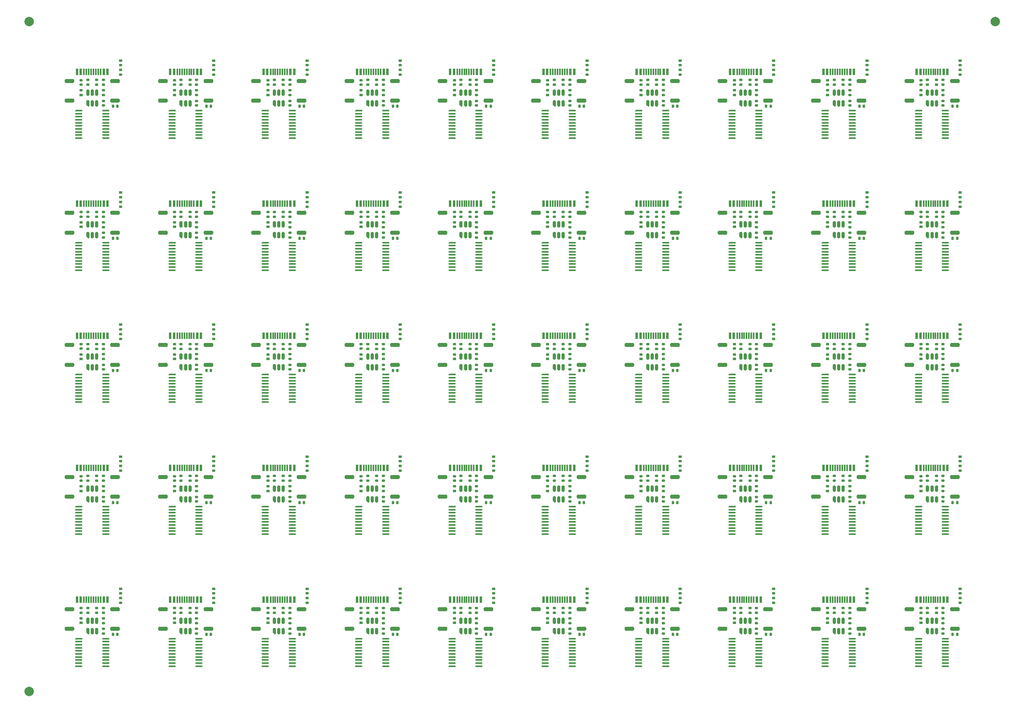
<source format=gtp>
G04 #@! TF.GenerationSoftware,KiCad,Pcbnew,7.0.0-da2b9df05c~165~ubuntu22.04.1*
G04 #@! TF.CreationDate,2023-12-10T21:50:17+00:00*
G04 #@! TF.ProjectId,kicad_miao-panel,6b696361-645f-46d6-9961-6f2d70616e65,rev?*
G04 #@! TF.SameCoordinates,Original*
G04 #@! TF.FileFunction,Paste,Top*
G04 #@! TF.FilePolarity,Positive*
%FSLAX46Y46*%
G04 Gerber Fmt 4.6, Leading zero omitted, Abs format (unit mm)*
G04 Created by KiCad (PCBNEW 7.0.0-da2b9df05c~165~ubuntu22.04.1) date 2023-12-10 21:50:17*
%MOMM*%
%LPD*%
G01*
G04 APERTURE LIST*
G04 Aperture macros list*
%AMRoundRect*
0 Rectangle with rounded corners*
0 $1 Rounding radius*
0 $2 $3 $4 $5 $6 $7 $8 $9 X,Y pos of 4 corners*
0 Add a 4 corners polygon primitive as box body*
4,1,4,$2,$3,$4,$5,$6,$7,$8,$9,$2,$3,0*
0 Add four circle primitives for the rounded corners*
1,1,$1+$1,$2,$3*
1,1,$1+$1,$4,$5*
1,1,$1+$1,$6,$7*
1,1,$1+$1,$8,$9*
0 Add four rect primitives between the rounded corners*
20,1,$1+$1,$2,$3,$4,$5,0*
20,1,$1+$1,$4,$5,$6,$7,0*
20,1,$1+$1,$6,$7,$8,$9,0*
20,1,$1+$1,$8,$9,$2,$3,0*%
%AMOutline5P*
0 Free polygon, 5 corners , with rotation*
0 The origin of the aperture is its center*
0 number of corners: always 5*
0 $1 to $10 corner X, Y*
0 $11 Rotation angle, in degrees counterclockwise*
0 create outline with 5 corners*
4,1,5,$1,$2,$3,$4,$5,$6,$7,$8,$9,$10,$1,$2,$11*%
%AMOutline6P*
0 Free polygon, 6 corners , with rotation*
0 The origin of the aperture is its center*
0 number of corners: always 6*
0 $1 to $12 corner X, Y*
0 $13 Rotation angle, in degrees counterclockwise*
0 create outline with 6 corners*
4,1,6,$1,$2,$3,$4,$5,$6,$7,$8,$9,$10,$11,$12,$1,$2,$13*%
%AMOutline7P*
0 Free polygon, 7 corners , with rotation*
0 The origin of the aperture is its center*
0 number of corners: always 7*
0 $1 to $14 corner X, Y*
0 $15 Rotation angle, in degrees counterclockwise*
0 create outline with 7 corners*
4,1,7,$1,$2,$3,$4,$5,$6,$7,$8,$9,$10,$11,$12,$13,$14,$1,$2,$15*%
%AMOutline8P*
0 Free polygon, 8 corners , with rotation*
0 The origin of the aperture is its center*
0 number of corners: always 8*
0 $1 to $16 corner X, Y*
0 $17 Rotation angle, in degrees counterclockwise*
0 create outline with 8 corners*
4,1,8,$1,$2,$3,$4,$5,$6,$7,$8,$9,$10,$11,$12,$13,$14,$15,$16,$1,$2,$17*%
%AMFreePoly0*
4,1,18,-0.662500,0.000000,-0.362500,0.300000,0.512500,0.300000,0.569903,0.288582,0.618566,0.256066,0.651082,0.207403,0.662500,0.150000,0.662500,-0.150000,0.651082,-0.207403,0.618566,-0.256066,0.569903,-0.288582,0.512500,-0.300000,-0.512500,-0.300000,-0.569903,-0.288582,-0.618566,-0.256066,-0.651082,-0.207403,-0.662500,-0.150000,-0.662500,0.000000,-0.662500,0.000000,$1*%
G04 Aperture macros list end*
%ADD10RoundRect,0.200000X0.800000X-0.200000X0.800000X0.200000X-0.800000X0.200000X-0.800000X-0.200000X0*%
%ADD11C,2.000000*%
%ADD12FreePoly0,90.000000*%
%ADD13RoundRect,0.150000X0.150000X-0.512500X0.150000X0.512500X-0.150000X0.512500X-0.150000X-0.512500X0*%
%ADD14RoundRect,0.135000X-0.185000X0.135000X-0.185000X-0.135000X0.185000X-0.135000X0.185000X0.135000X0*%
%ADD15RoundRect,0.147500X0.172500X-0.147500X0.172500X0.147500X-0.172500X0.147500X-0.172500X-0.147500X0*%
%ADD16RoundRect,0.135000X0.185000X-0.135000X0.185000X0.135000X-0.185000X0.135000X-0.185000X-0.135000X0*%
%ADD17R,0.640000X0.590000*%
%ADD18RoundRect,0.147500X-0.172500X0.147500X-0.172500X-0.147500X0.172500X-0.147500X0.172500X0.147500X0*%
%ADD19R,0.600000X1.450000*%
%ADD20R,0.300000X1.450000*%
%ADD21RoundRect,0.140000X0.170000X-0.140000X0.170000X0.140000X-0.170000X0.140000X-0.170000X-0.140000X0*%
%ADD22Outline5P,-0.737500X0.000000X-0.537500X0.200000X0.737500X0.200000X0.737500X-0.200000X-0.737500X-0.200000X0.000000*%
%ADD23RoundRect,0.100000X-0.637500X-0.100000X0.637500X-0.100000X0.637500X0.100000X-0.637500X0.100000X0*%
%ADD24RoundRect,0.140000X-0.140000X-0.170000X0.140000X-0.170000X0.140000X0.170000X-0.140000X0.170000X0*%
G04 APERTURE END LIST*
D10*
G04 #@! TO.C,SW1*
X11057500Y127750000D03*
X11057500Y131950000D03*
G04 #@! TD*
G04 #@! TO.C,SW1*
X30837500Y127750000D03*
X30837500Y131950000D03*
G04 #@! TD*
G04 #@! TO.C,SW1*
X50617500Y127750000D03*
X50617500Y131950000D03*
G04 #@! TD*
G04 #@! TO.C,SW1*
X70397500Y127750000D03*
X70397500Y131950000D03*
G04 #@! TD*
G04 #@! TO.C,SW1*
X90177500Y127750000D03*
X90177500Y131950000D03*
G04 #@! TD*
G04 #@! TO.C,SW1*
X109957500Y127750000D03*
X109957500Y131950000D03*
G04 #@! TD*
G04 #@! TO.C,SW1*
X129737500Y127750000D03*
X129737500Y131950000D03*
G04 #@! TD*
G04 #@! TO.C,SW1*
X149517500Y127750000D03*
X149517500Y131950000D03*
G04 #@! TD*
G04 #@! TO.C,SW1*
X169297500Y127750000D03*
X169297500Y131950000D03*
G04 #@! TD*
G04 #@! TO.C,SW1*
X189077500Y127750000D03*
X189077500Y131950000D03*
G04 #@! TD*
G04 #@! TO.C,SW1*
X11057500Y99750000D03*
X11057500Y103950000D03*
G04 #@! TD*
G04 #@! TO.C,SW1*
X30837500Y99750000D03*
X30837500Y103950000D03*
G04 #@! TD*
G04 #@! TO.C,SW1*
X50617500Y99750000D03*
X50617500Y103950000D03*
G04 #@! TD*
G04 #@! TO.C,SW1*
X90177500Y15750000D03*
X90177500Y19950000D03*
G04 #@! TD*
G04 #@! TO.C,SW1*
X109957500Y15750000D03*
X109957500Y19950000D03*
G04 #@! TD*
G04 #@! TO.C,SW1*
X129737500Y15750000D03*
X129737500Y19950000D03*
G04 #@! TD*
G04 #@! TO.C,SW1*
X149517500Y15750000D03*
X149517500Y19950000D03*
G04 #@! TD*
G04 #@! TO.C,SW1*
X169297500Y15750000D03*
X169297500Y19950000D03*
G04 #@! TD*
G04 #@! TO.C,SW1*
X189077500Y15750000D03*
X189077500Y19950000D03*
G04 #@! TD*
G04 #@! TO.C,SW1*
X189077500Y71750000D03*
X189077500Y75950000D03*
G04 #@! TD*
G04 #@! TO.C,SW1*
X11057500Y43750000D03*
X11057500Y47950000D03*
G04 #@! TD*
G04 #@! TO.C,SW1*
X30837500Y43750000D03*
X30837500Y47950000D03*
G04 #@! TD*
G04 #@! TO.C,SW1*
X50617500Y43750000D03*
X50617500Y47950000D03*
G04 #@! TD*
G04 #@! TO.C,SW1*
X70397500Y43750000D03*
X70397500Y47950000D03*
G04 #@! TD*
G04 #@! TO.C,SW1*
X90177500Y43750000D03*
X90177500Y47950000D03*
G04 #@! TD*
G04 #@! TO.C,SW1*
X109957500Y43750000D03*
X109957500Y47950000D03*
G04 #@! TD*
G04 #@! TO.C,SW1*
X129737500Y43750000D03*
X129737500Y47950000D03*
G04 #@! TD*
G04 #@! TO.C,SW1*
X149517500Y43750000D03*
X149517500Y47950000D03*
G04 #@! TD*
G04 #@! TO.C,SW1*
X169297500Y43750000D03*
X169297500Y47950000D03*
G04 #@! TD*
G04 #@! TO.C,SW1*
X189077500Y43750000D03*
X189077500Y47950000D03*
G04 #@! TD*
G04 #@! TO.C,SW1*
X11057500Y15750000D03*
X11057500Y19950000D03*
G04 #@! TD*
G04 #@! TO.C,SW1*
X30837500Y15750000D03*
X30837500Y19950000D03*
G04 #@! TD*
G04 #@! TO.C,SW1*
X50617500Y15750000D03*
X50617500Y19950000D03*
G04 #@! TD*
G04 #@! TO.C,SW1*
X70397500Y15750000D03*
X70397500Y19950000D03*
G04 #@! TD*
G04 #@! TO.C,SW1*
X70397500Y99750000D03*
X70397500Y103950000D03*
G04 #@! TD*
G04 #@! TO.C,SW1*
X90177500Y99750000D03*
X90177500Y103950000D03*
G04 #@! TD*
G04 #@! TO.C,SW1*
X109957500Y99750000D03*
X109957500Y103950000D03*
G04 #@! TD*
G04 #@! TO.C,SW1*
X129737500Y99750000D03*
X129737500Y103950000D03*
G04 #@! TD*
G04 #@! TO.C,SW1*
X149517500Y99750000D03*
X149517500Y103950000D03*
G04 #@! TD*
G04 #@! TO.C,SW1*
X169297500Y99750000D03*
X169297500Y103950000D03*
G04 #@! TD*
G04 #@! TO.C,SW1*
X189077500Y99750000D03*
X189077500Y103950000D03*
G04 #@! TD*
G04 #@! TO.C,SW1*
X11057500Y71750000D03*
X11057500Y75950000D03*
G04 #@! TD*
G04 #@! TO.C,SW1*
X30837500Y71750000D03*
X30837500Y75950000D03*
G04 #@! TD*
G04 #@! TO.C,SW1*
X50617500Y71750000D03*
X50617500Y75950000D03*
G04 #@! TD*
G04 #@! TO.C,SW1*
X70397500Y71750000D03*
X70397500Y75950000D03*
G04 #@! TD*
G04 #@! TO.C,SW1*
X90177500Y71750000D03*
X90177500Y75950000D03*
G04 #@! TD*
G04 #@! TO.C,SW1*
X109957500Y71750000D03*
X109957500Y75950000D03*
G04 #@! TD*
G04 #@! TO.C,SW1*
X129737500Y71750000D03*
X129737500Y75950000D03*
G04 #@! TD*
G04 #@! TO.C,SW1*
X149517500Y71750000D03*
X149517500Y75950000D03*
G04 #@! TD*
G04 #@! TO.C,SW1*
X169297500Y71750000D03*
X169297500Y75950000D03*
G04 #@! TD*
D11*
G04 #@! TO.C,REF\u002A\u002A*
X207300000Y144500000D03*
G04 #@! TD*
D12*
G04 #@! TO.C,U2*
X34719999Y43222499D03*
D13*
X35670000Y43222500D03*
X36620000Y43222500D03*
X36620000Y45497500D03*
X35670000Y45497500D03*
X34720000Y45497500D03*
G04 #@! TD*
D12*
G04 #@! TO.C,U2*
X54499999Y43222499D03*
D13*
X55450000Y43222500D03*
X56400000Y43222500D03*
X56400000Y45497500D03*
X55450000Y45497500D03*
X54500000Y45497500D03*
G04 #@! TD*
D12*
G04 #@! TO.C,U2*
X74279999Y43222499D03*
D13*
X75230000Y43222500D03*
X76180000Y43222500D03*
X76180000Y45497500D03*
X75230000Y45497500D03*
X74280000Y45497500D03*
G04 #@! TD*
D12*
G04 #@! TO.C,U2*
X94059999Y43222499D03*
D13*
X95010000Y43222500D03*
X95960000Y43222500D03*
X95960000Y45497500D03*
X95010000Y45497500D03*
X94060000Y45497500D03*
G04 #@! TD*
D12*
G04 #@! TO.C,U2*
X113839999Y43222499D03*
D13*
X114790000Y43222500D03*
X115740000Y43222500D03*
X115740000Y45497500D03*
X114790000Y45497500D03*
X113840000Y45497500D03*
G04 #@! TD*
D12*
G04 #@! TO.C,U2*
X133619999Y43222499D03*
D13*
X134570000Y43222500D03*
X135520000Y43222500D03*
X135520000Y45497500D03*
X134570000Y45497500D03*
X133620000Y45497500D03*
G04 #@! TD*
D12*
G04 #@! TO.C,U2*
X153399999Y43222499D03*
D13*
X154350000Y43222500D03*
X155300000Y43222500D03*
X155300000Y45497500D03*
X154350000Y45497500D03*
X153400000Y45497500D03*
G04 #@! TD*
D12*
G04 #@! TO.C,U2*
X173179999Y43222499D03*
D13*
X174130000Y43222500D03*
X175080000Y43222500D03*
X175080000Y45497500D03*
X174130000Y45497500D03*
X173180000Y45497500D03*
G04 #@! TD*
D12*
G04 #@! TO.C,U2*
X192959999Y43222499D03*
D13*
X193910000Y43222500D03*
X194860000Y43222500D03*
X194860000Y45497500D03*
X193910000Y45497500D03*
X192960000Y45497500D03*
G04 #@! TD*
D12*
G04 #@! TO.C,U2*
X14939999Y15222499D03*
D13*
X15890000Y15222500D03*
X16840000Y15222500D03*
X16840000Y17497500D03*
X15890000Y17497500D03*
X14940000Y17497500D03*
G04 #@! TD*
D12*
G04 #@! TO.C,U2*
X34719999Y15222499D03*
D13*
X35670000Y15222500D03*
X36620000Y15222500D03*
X36620000Y17497500D03*
X35670000Y17497500D03*
X34720000Y17497500D03*
G04 #@! TD*
D12*
G04 #@! TO.C,U2*
X54499999Y15222499D03*
D13*
X55450000Y15222500D03*
X56400000Y15222500D03*
X56400000Y17497500D03*
X55450000Y17497500D03*
X54500000Y17497500D03*
G04 #@! TD*
D12*
G04 #@! TO.C,U2*
X173179999Y99222499D03*
D13*
X174130000Y99222500D03*
X175080000Y99222500D03*
X175080000Y101497500D03*
X174130000Y101497500D03*
X173180000Y101497500D03*
G04 #@! TD*
D12*
G04 #@! TO.C,U2*
X14939999Y71222499D03*
D13*
X15890000Y71222500D03*
X16840000Y71222500D03*
X16840000Y73497500D03*
X15890000Y73497500D03*
X14940000Y73497500D03*
G04 #@! TD*
D12*
G04 #@! TO.C,U2*
X34719999Y71222499D03*
D13*
X35670000Y71222500D03*
X36620000Y71222500D03*
X36620000Y73497500D03*
X35670000Y73497500D03*
X34720000Y73497500D03*
G04 #@! TD*
D12*
G04 #@! TO.C,U2*
X54499999Y71222499D03*
D13*
X55450000Y71222500D03*
X56400000Y71222500D03*
X56400000Y73497500D03*
X55450000Y73497500D03*
X54500000Y73497500D03*
G04 #@! TD*
D12*
G04 #@! TO.C,U2*
X74279999Y71222499D03*
D13*
X75230000Y71222500D03*
X76180000Y71222500D03*
X76180000Y73497500D03*
X75230000Y73497500D03*
X74280000Y73497500D03*
G04 #@! TD*
D12*
G04 #@! TO.C,U2*
X94059999Y71222499D03*
D13*
X95010000Y71222500D03*
X95960000Y71222500D03*
X95960000Y73497500D03*
X95010000Y73497500D03*
X94060000Y73497500D03*
G04 #@! TD*
D12*
G04 #@! TO.C,U2*
X113839999Y71222499D03*
D13*
X114790000Y71222500D03*
X115740000Y71222500D03*
X115740000Y73497500D03*
X114790000Y73497500D03*
X113840000Y73497500D03*
G04 #@! TD*
D12*
G04 #@! TO.C,U2*
X133619999Y71222499D03*
D13*
X134570000Y71222500D03*
X135520000Y71222500D03*
X135520000Y73497500D03*
X134570000Y73497500D03*
X133620000Y73497500D03*
G04 #@! TD*
D12*
G04 #@! TO.C,U2*
X153399999Y71222499D03*
D13*
X154350000Y71222500D03*
X155300000Y71222500D03*
X155300000Y73497500D03*
X154350000Y73497500D03*
X153400000Y73497500D03*
G04 #@! TD*
D12*
G04 #@! TO.C,U2*
X173179999Y71222499D03*
D13*
X174130000Y71222500D03*
X175080000Y71222500D03*
X175080000Y73497500D03*
X174130000Y73497500D03*
X173180000Y73497500D03*
G04 #@! TD*
D12*
G04 #@! TO.C,U2*
X192959999Y71222499D03*
D13*
X193910000Y71222500D03*
X194860000Y71222500D03*
X194860000Y73497500D03*
X193910000Y73497500D03*
X192960000Y73497500D03*
G04 #@! TD*
D12*
G04 #@! TO.C,U2*
X14939999Y43222499D03*
D13*
X15890000Y43222500D03*
X16840000Y43222500D03*
X16840000Y45497500D03*
X15890000Y45497500D03*
X14940000Y45497500D03*
G04 #@! TD*
D12*
G04 #@! TO.C,U2*
X14939999Y127222499D03*
D13*
X15890000Y127222500D03*
X16840000Y127222500D03*
X16840000Y129497500D03*
X15890000Y129497500D03*
X14940000Y129497500D03*
G04 #@! TD*
D12*
G04 #@! TO.C,U2*
X34719999Y127222499D03*
D13*
X35670000Y127222500D03*
X36620000Y127222500D03*
X36620000Y129497500D03*
X35670000Y129497500D03*
X34720000Y129497500D03*
G04 #@! TD*
D12*
G04 #@! TO.C,U2*
X54499999Y127222499D03*
D13*
X55450000Y127222500D03*
X56400000Y127222500D03*
X56400000Y129497500D03*
X55450000Y129497500D03*
X54500000Y129497500D03*
G04 #@! TD*
D12*
G04 #@! TO.C,U2*
X74279999Y127222499D03*
D13*
X75230000Y127222500D03*
X76180000Y127222500D03*
X76180000Y129497500D03*
X75230000Y129497500D03*
X74280000Y129497500D03*
G04 #@! TD*
D12*
G04 #@! TO.C,U2*
X94059999Y127222499D03*
D13*
X95010000Y127222500D03*
X95960000Y127222500D03*
X95960000Y129497500D03*
X95010000Y129497500D03*
X94060000Y129497500D03*
G04 #@! TD*
D12*
G04 #@! TO.C,U2*
X113839999Y127222499D03*
D13*
X114790000Y127222500D03*
X115740000Y127222500D03*
X115740000Y129497500D03*
X114790000Y129497500D03*
X113840000Y129497500D03*
G04 #@! TD*
D12*
G04 #@! TO.C,U2*
X133619999Y127222499D03*
D13*
X134570000Y127222500D03*
X135520000Y127222500D03*
X135520000Y129497500D03*
X134570000Y129497500D03*
X133620000Y129497500D03*
G04 #@! TD*
D12*
G04 #@! TO.C,U2*
X74279999Y15222499D03*
D13*
X75230000Y15222500D03*
X76180000Y15222500D03*
X76180000Y17497500D03*
X75230000Y17497500D03*
X74280000Y17497500D03*
G04 #@! TD*
D12*
G04 #@! TO.C,U2*
X94059999Y15222499D03*
D13*
X95010000Y15222500D03*
X95960000Y15222500D03*
X95960000Y17497500D03*
X95010000Y17497500D03*
X94060000Y17497500D03*
G04 #@! TD*
D12*
G04 #@! TO.C,U2*
X113839999Y15222499D03*
D13*
X114790000Y15222500D03*
X115740000Y15222500D03*
X115740000Y17497500D03*
X114790000Y17497500D03*
X113840000Y17497500D03*
G04 #@! TD*
D12*
G04 #@! TO.C,U2*
X133619999Y15222499D03*
D13*
X134570000Y15222500D03*
X135520000Y15222500D03*
X135520000Y17497500D03*
X134570000Y17497500D03*
X133620000Y17497500D03*
G04 #@! TD*
D12*
G04 #@! TO.C,U2*
X153399999Y15222499D03*
D13*
X154350000Y15222500D03*
X155300000Y15222500D03*
X155300000Y17497500D03*
X154350000Y17497500D03*
X153400000Y17497500D03*
G04 #@! TD*
D12*
G04 #@! TO.C,U2*
X173179999Y15222499D03*
D13*
X174130000Y15222500D03*
X175080000Y15222500D03*
X175080000Y17497500D03*
X174130000Y17497500D03*
X173180000Y17497500D03*
G04 #@! TD*
D12*
G04 #@! TO.C,U2*
X192959999Y15222499D03*
D13*
X193910000Y15222500D03*
X194860000Y15222500D03*
X194860000Y17497500D03*
X193910000Y17497500D03*
X192960000Y17497500D03*
G04 #@! TD*
D12*
G04 #@! TO.C,U2*
X153399999Y127222499D03*
D13*
X154350000Y127222500D03*
X155300000Y127222500D03*
X155300000Y129497500D03*
X154350000Y129497500D03*
X153400000Y129497500D03*
G04 #@! TD*
D12*
G04 #@! TO.C,U2*
X173179999Y127222499D03*
D13*
X174130000Y127222500D03*
X175080000Y127222500D03*
X175080000Y129497500D03*
X174130000Y129497500D03*
X173180000Y129497500D03*
G04 #@! TD*
D12*
G04 #@! TO.C,U2*
X192959999Y127222499D03*
D13*
X193910000Y127222500D03*
X194860000Y127222500D03*
X194860000Y129497500D03*
X193910000Y129497500D03*
X192960000Y129497500D03*
G04 #@! TD*
D12*
G04 #@! TO.C,U2*
X192959999Y99222499D03*
D13*
X193910000Y99222500D03*
X194860000Y99222500D03*
X194860000Y101497500D03*
X193910000Y101497500D03*
X192960000Y101497500D03*
G04 #@! TD*
D12*
G04 #@! TO.C,U2*
X14939999Y99222499D03*
D13*
X15890000Y99222500D03*
X16840000Y99222500D03*
X16840000Y101497500D03*
X15890000Y101497500D03*
X14940000Y101497500D03*
G04 #@! TD*
D12*
G04 #@! TO.C,U2*
X34719999Y99222499D03*
D13*
X35670000Y99222500D03*
X36620000Y99222500D03*
X36620000Y101497500D03*
X35670000Y101497500D03*
X34720000Y101497500D03*
G04 #@! TD*
D12*
G04 #@! TO.C,U2*
X54499999Y99222499D03*
D13*
X55450000Y99222500D03*
X56400000Y99222500D03*
X56400000Y101497500D03*
X55450000Y101497500D03*
X54500000Y101497500D03*
G04 #@! TD*
D12*
G04 #@! TO.C,U2*
X74279999Y99222499D03*
D13*
X75230000Y99222500D03*
X76180000Y99222500D03*
X76180000Y101497500D03*
X75230000Y101497500D03*
X74280000Y101497500D03*
G04 #@! TD*
D12*
G04 #@! TO.C,U2*
X94059999Y99222499D03*
D13*
X95010000Y99222500D03*
X95960000Y99222500D03*
X95960000Y101497500D03*
X95010000Y101497500D03*
X94060000Y101497500D03*
G04 #@! TD*
D12*
G04 #@! TO.C,U2*
X113839999Y99222499D03*
D13*
X114790000Y99222500D03*
X115740000Y99222500D03*
X115740000Y101497500D03*
X114790000Y101497500D03*
X113840000Y101497500D03*
G04 #@! TD*
D12*
G04 #@! TO.C,U2*
X133619999Y99222499D03*
D13*
X134570000Y99222500D03*
X135520000Y99222500D03*
X135520000Y101497500D03*
X134570000Y101497500D03*
X133620000Y101497500D03*
G04 #@! TD*
D12*
G04 #@! TO.C,U2*
X153399999Y99222499D03*
D13*
X154350000Y99222500D03*
X155300000Y99222500D03*
X155300000Y101497500D03*
X154350000Y101497500D03*
X153400000Y101497500D03*
G04 #@! TD*
D11*
G04 #@! TO.C,REF\u002A\u002A*
X2500000Y2500000D03*
G04 #@! TD*
D14*
G04 #@! TO.C,R5*
X14940000Y132160000D03*
X14940000Y131140000D03*
G04 #@! TD*
G04 #@! TO.C,R5*
X34720000Y132160000D03*
X34720000Y131140000D03*
G04 #@! TD*
G04 #@! TO.C,R5*
X54500000Y132160000D03*
X54500000Y131140000D03*
G04 #@! TD*
G04 #@! TO.C,R5*
X74280000Y132160000D03*
X74280000Y131140000D03*
G04 #@! TD*
G04 #@! TO.C,R5*
X94060000Y132160000D03*
X94060000Y131140000D03*
G04 #@! TD*
G04 #@! TO.C,R5*
X113840000Y132160000D03*
X113840000Y131140000D03*
G04 #@! TD*
G04 #@! TO.C,R5*
X133620000Y132160000D03*
X133620000Y131140000D03*
G04 #@! TD*
G04 #@! TO.C,R5*
X153400000Y132160000D03*
X153400000Y131140000D03*
G04 #@! TD*
G04 #@! TO.C,R5*
X94060000Y76160000D03*
X94060000Y75140000D03*
G04 #@! TD*
G04 #@! TO.C,R5*
X113840000Y76160000D03*
X113840000Y75140000D03*
G04 #@! TD*
G04 #@! TO.C,R5*
X133620000Y76160000D03*
X133620000Y75140000D03*
G04 #@! TD*
G04 #@! TO.C,R5*
X153400000Y76160000D03*
X153400000Y75140000D03*
G04 #@! TD*
G04 #@! TO.C,R5*
X173180000Y76160000D03*
X173180000Y75140000D03*
G04 #@! TD*
G04 #@! TO.C,R5*
X192960000Y76160000D03*
X192960000Y75140000D03*
G04 #@! TD*
G04 #@! TO.C,R5*
X14940000Y48160000D03*
X14940000Y47140000D03*
G04 #@! TD*
G04 #@! TO.C,R5*
X34720000Y48160000D03*
X34720000Y47140000D03*
G04 #@! TD*
G04 #@! TO.C,R5*
X54500000Y48160000D03*
X54500000Y47140000D03*
G04 #@! TD*
G04 #@! TO.C,R5*
X74280000Y48160000D03*
X74280000Y47140000D03*
G04 #@! TD*
G04 #@! TO.C,R5*
X94060000Y48160000D03*
X94060000Y47140000D03*
G04 #@! TD*
G04 #@! TO.C,R5*
X113840000Y48160000D03*
X113840000Y47140000D03*
G04 #@! TD*
G04 #@! TO.C,R5*
X133620000Y48160000D03*
X133620000Y47140000D03*
G04 #@! TD*
G04 #@! TO.C,R5*
X153400000Y48160000D03*
X153400000Y47140000D03*
G04 #@! TD*
G04 #@! TO.C,R5*
X173180000Y48160000D03*
X173180000Y47140000D03*
G04 #@! TD*
G04 #@! TO.C,R5*
X192960000Y48160000D03*
X192960000Y47140000D03*
G04 #@! TD*
G04 #@! TO.C,R5*
X14940000Y20160000D03*
X14940000Y19140000D03*
G04 #@! TD*
G04 #@! TO.C,R5*
X34720000Y20160000D03*
X34720000Y19140000D03*
G04 #@! TD*
G04 #@! TO.C,R5*
X54500000Y20160000D03*
X54500000Y19140000D03*
G04 #@! TD*
G04 #@! TO.C,R5*
X74280000Y20160000D03*
X74280000Y19140000D03*
G04 #@! TD*
G04 #@! TO.C,R5*
X94060000Y20160000D03*
X94060000Y19140000D03*
G04 #@! TD*
G04 #@! TO.C,R5*
X113840000Y20160000D03*
X113840000Y19140000D03*
G04 #@! TD*
G04 #@! TO.C,R5*
X133620000Y20160000D03*
X133620000Y19140000D03*
G04 #@! TD*
G04 #@! TO.C,R5*
X153400000Y20160000D03*
X153400000Y19140000D03*
G04 #@! TD*
G04 #@! TO.C,R5*
X173180000Y20160000D03*
X173180000Y19140000D03*
G04 #@! TD*
G04 #@! TO.C,R5*
X192960000Y20160000D03*
X192960000Y19140000D03*
G04 #@! TD*
G04 #@! TO.C,R5*
X173180000Y132160000D03*
X173180000Y131140000D03*
G04 #@! TD*
G04 #@! TO.C,R5*
X192960000Y132160000D03*
X192960000Y131140000D03*
G04 #@! TD*
G04 #@! TO.C,R5*
X192960000Y104160000D03*
X192960000Y103140000D03*
G04 #@! TD*
G04 #@! TO.C,R5*
X14940000Y104160000D03*
X14940000Y103140000D03*
G04 #@! TD*
G04 #@! TO.C,R5*
X34720000Y104160000D03*
X34720000Y103140000D03*
G04 #@! TD*
G04 #@! TO.C,R5*
X54500000Y104160000D03*
X54500000Y103140000D03*
G04 #@! TD*
G04 #@! TO.C,R5*
X74280000Y104160000D03*
X74280000Y103140000D03*
G04 #@! TD*
G04 #@! TO.C,R5*
X94060000Y104160000D03*
X94060000Y103140000D03*
G04 #@! TD*
G04 #@! TO.C,R5*
X113840000Y104160000D03*
X113840000Y103140000D03*
G04 #@! TD*
G04 #@! TO.C,R5*
X133620000Y104160000D03*
X133620000Y103140000D03*
G04 #@! TD*
G04 #@! TO.C,R5*
X153400000Y104160000D03*
X153400000Y103140000D03*
G04 #@! TD*
G04 #@! TO.C,R5*
X173180000Y104160000D03*
X173180000Y103140000D03*
G04 #@! TD*
G04 #@! TO.C,R5*
X14940000Y76160000D03*
X14940000Y75140000D03*
G04 #@! TD*
G04 #@! TO.C,R5*
X34720000Y76160000D03*
X34720000Y75140000D03*
G04 #@! TD*
G04 #@! TO.C,R5*
X54500000Y76160000D03*
X54500000Y75140000D03*
G04 #@! TD*
G04 #@! TO.C,R5*
X74280000Y76160000D03*
X74280000Y75140000D03*
G04 #@! TD*
G04 #@! TO.C,R4*
X16840000Y132160000D03*
X16840000Y131140000D03*
G04 #@! TD*
G04 #@! TO.C,R4*
X36620000Y132160000D03*
X36620000Y131140000D03*
G04 #@! TD*
G04 #@! TO.C,R4*
X56400000Y132160000D03*
X56400000Y131140000D03*
G04 #@! TD*
G04 #@! TO.C,R4*
X76180000Y132160000D03*
X76180000Y131140000D03*
G04 #@! TD*
G04 #@! TO.C,R4*
X95960000Y132160000D03*
X95960000Y131140000D03*
G04 #@! TD*
G04 #@! TO.C,R4*
X115740000Y132160000D03*
X115740000Y131140000D03*
G04 #@! TD*
G04 #@! TO.C,R4*
X135520000Y132160000D03*
X135520000Y131140000D03*
G04 #@! TD*
G04 #@! TO.C,R4*
X155300000Y132160000D03*
X155300000Y131140000D03*
G04 #@! TD*
G04 #@! TO.C,R4*
X175080000Y132160000D03*
X175080000Y131140000D03*
G04 #@! TD*
G04 #@! TO.C,R4*
X194860000Y132160000D03*
X194860000Y131140000D03*
G04 #@! TD*
G04 #@! TO.C,R4*
X194860000Y104160000D03*
X194860000Y103140000D03*
G04 #@! TD*
G04 #@! TO.C,R4*
X16840000Y104160000D03*
X16840000Y103140000D03*
G04 #@! TD*
G04 #@! TO.C,R4*
X36620000Y104160000D03*
X36620000Y103140000D03*
G04 #@! TD*
G04 #@! TO.C,R4*
X56400000Y104160000D03*
X56400000Y103140000D03*
G04 #@! TD*
G04 #@! TO.C,R4*
X76180000Y104160000D03*
X76180000Y103140000D03*
G04 #@! TD*
G04 #@! TO.C,R4*
X95960000Y104160000D03*
X95960000Y103140000D03*
G04 #@! TD*
G04 #@! TO.C,R4*
X115740000Y104160000D03*
X115740000Y103140000D03*
G04 #@! TD*
G04 #@! TO.C,R4*
X135520000Y104160000D03*
X135520000Y103140000D03*
G04 #@! TD*
G04 #@! TO.C,R4*
X155300000Y104160000D03*
X155300000Y103140000D03*
G04 #@! TD*
G04 #@! TO.C,R4*
X175080000Y104160000D03*
X175080000Y103140000D03*
G04 #@! TD*
G04 #@! TO.C,R4*
X16840000Y76160000D03*
X16840000Y75140000D03*
G04 #@! TD*
G04 #@! TO.C,R4*
X36620000Y76160000D03*
X36620000Y75140000D03*
G04 #@! TD*
G04 #@! TO.C,R4*
X56400000Y76160000D03*
X56400000Y75140000D03*
G04 #@! TD*
G04 #@! TO.C,R4*
X76180000Y76160000D03*
X76180000Y75140000D03*
G04 #@! TD*
G04 #@! TO.C,R4*
X95960000Y76160000D03*
X95960000Y75140000D03*
G04 #@! TD*
G04 #@! TO.C,R4*
X115740000Y76160000D03*
X115740000Y75140000D03*
G04 #@! TD*
G04 #@! TO.C,R4*
X135520000Y76160000D03*
X135520000Y75140000D03*
G04 #@! TD*
G04 #@! TO.C,R4*
X155300000Y76160000D03*
X155300000Y75140000D03*
G04 #@! TD*
G04 #@! TO.C,R4*
X175080000Y76160000D03*
X175080000Y75140000D03*
G04 #@! TD*
G04 #@! TO.C,R4*
X194860000Y76160000D03*
X194860000Y75140000D03*
G04 #@! TD*
G04 #@! TO.C,R4*
X16840000Y48160000D03*
X16840000Y47140000D03*
G04 #@! TD*
G04 #@! TO.C,R4*
X36620000Y48160000D03*
X36620000Y47140000D03*
G04 #@! TD*
G04 #@! TO.C,R4*
X56400000Y48160000D03*
X56400000Y47140000D03*
G04 #@! TD*
G04 #@! TO.C,R4*
X76180000Y48160000D03*
X76180000Y47140000D03*
G04 #@! TD*
G04 #@! TO.C,R4*
X95960000Y48160000D03*
X95960000Y47140000D03*
G04 #@! TD*
G04 #@! TO.C,R4*
X115740000Y48160000D03*
X115740000Y47140000D03*
G04 #@! TD*
G04 #@! TO.C,R4*
X135520000Y48160000D03*
X135520000Y47140000D03*
G04 #@! TD*
G04 #@! TO.C,R4*
X155300000Y48160000D03*
X155300000Y47140000D03*
G04 #@! TD*
G04 #@! TO.C,R4*
X175080000Y48160000D03*
X175080000Y47140000D03*
G04 #@! TD*
G04 #@! TO.C,R4*
X194860000Y48160000D03*
X194860000Y47140000D03*
G04 #@! TD*
G04 #@! TO.C,R4*
X16840000Y20160000D03*
X16840000Y19140000D03*
G04 #@! TD*
G04 #@! TO.C,R4*
X36620000Y20160000D03*
X36620000Y19140000D03*
G04 #@! TD*
G04 #@! TO.C,R4*
X56400000Y20160000D03*
X56400000Y19140000D03*
G04 #@! TD*
G04 #@! TO.C,R4*
X76180000Y20160000D03*
X76180000Y19140000D03*
G04 #@! TD*
G04 #@! TO.C,R4*
X95960000Y20160000D03*
X95960000Y19140000D03*
G04 #@! TD*
G04 #@! TO.C,R4*
X115740000Y20160000D03*
X115740000Y19140000D03*
G04 #@! TD*
G04 #@! TO.C,R4*
X135520000Y20160000D03*
X135520000Y19140000D03*
G04 #@! TD*
G04 #@! TO.C,R4*
X155300000Y20160000D03*
X155300000Y19140000D03*
G04 #@! TD*
G04 #@! TO.C,R4*
X175080000Y20160000D03*
X175080000Y19140000D03*
G04 #@! TD*
G04 #@! TO.C,R4*
X194860000Y20160000D03*
X194860000Y19140000D03*
G04 #@! TD*
D15*
G04 #@! TO.C,F1*
X53100000Y47165000D03*
X53100000Y48135000D03*
G04 #@! TD*
G04 #@! TO.C,F1*
X72880000Y47165000D03*
X72880000Y48135000D03*
G04 #@! TD*
G04 #@! TO.C,F1*
X92660000Y47165000D03*
X92660000Y48135000D03*
G04 #@! TD*
G04 #@! TO.C,F1*
X112440000Y47165000D03*
X112440000Y48135000D03*
G04 #@! TD*
G04 #@! TO.C,F1*
X132220000Y47165000D03*
X132220000Y48135000D03*
G04 #@! TD*
G04 #@! TO.C,F1*
X152000000Y47165000D03*
X152000000Y48135000D03*
G04 #@! TD*
G04 #@! TO.C,F1*
X171780000Y47165000D03*
X171780000Y48135000D03*
G04 #@! TD*
G04 #@! TO.C,F1*
X191560000Y47165000D03*
X191560000Y48135000D03*
G04 #@! TD*
G04 #@! TO.C,F1*
X13540000Y19165000D03*
X13540000Y20135000D03*
G04 #@! TD*
G04 #@! TO.C,F1*
X33320000Y19165000D03*
X33320000Y20135000D03*
G04 #@! TD*
G04 #@! TO.C,F1*
X53100000Y19165000D03*
X53100000Y20135000D03*
G04 #@! TD*
G04 #@! TO.C,F1*
X72880000Y19165000D03*
X72880000Y20135000D03*
G04 #@! TD*
G04 #@! TO.C,F1*
X92660000Y19165000D03*
X92660000Y20135000D03*
G04 #@! TD*
G04 #@! TO.C,F1*
X112440000Y19165000D03*
X112440000Y20135000D03*
G04 #@! TD*
G04 #@! TO.C,F1*
X132220000Y19165000D03*
X132220000Y20135000D03*
G04 #@! TD*
G04 #@! TO.C,F1*
X152000000Y19165000D03*
X152000000Y20135000D03*
G04 #@! TD*
G04 #@! TO.C,F1*
X171780000Y19165000D03*
X171780000Y20135000D03*
G04 #@! TD*
G04 #@! TO.C,F1*
X191560000Y19165000D03*
X191560000Y20135000D03*
G04 #@! TD*
G04 #@! TO.C,F1*
X13540000Y131165000D03*
X13540000Y132135000D03*
G04 #@! TD*
G04 #@! TO.C,F1*
X33320000Y131165000D03*
X33320000Y132135000D03*
G04 #@! TD*
G04 #@! TO.C,F1*
X53100000Y131165000D03*
X53100000Y132135000D03*
G04 #@! TD*
G04 #@! TO.C,F1*
X72880000Y131165000D03*
X72880000Y132135000D03*
G04 #@! TD*
G04 #@! TO.C,F1*
X92660000Y131165000D03*
X92660000Y132135000D03*
G04 #@! TD*
G04 #@! TO.C,F1*
X112440000Y131165000D03*
X112440000Y132135000D03*
G04 #@! TD*
G04 #@! TO.C,F1*
X132220000Y131165000D03*
X132220000Y132135000D03*
G04 #@! TD*
G04 #@! TO.C,F1*
X152000000Y131165000D03*
X152000000Y132135000D03*
G04 #@! TD*
G04 #@! TO.C,F1*
X171780000Y131165000D03*
X171780000Y132135000D03*
G04 #@! TD*
G04 #@! TO.C,F1*
X191560000Y131165000D03*
X191560000Y132135000D03*
G04 #@! TD*
G04 #@! TO.C,F1*
X13540000Y103165000D03*
X13540000Y104135000D03*
G04 #@! TD*
G04 #@! TO.C,F1*
X33320000Y103165000D03*
X33320000Y104135000D03*
G04 #@! TD*
G04 #@! TO.C,F1*
X53100000Y103165000D03*
X53100000Y104135000D03*
G04 #@! TD*
G04 #@! TO.C,F1*
X72880000Y103165000D03*
X72880000Y104135000D03*
G04 #@! TD*
G04 #@! TO.C,F1*
X92660000Y103165000D03*
X92660000Y104135000D03*
G04 #@! TD*
G04 #@! TO.C,F1*
X112440000Y103165000D03*
X112440000Y104135000D03*
G04 #@! TD*
G04 #@! TO.C,F1*
X132220000Y103165000D03*
X132220000Y104135000D03*
G04 #@! TD*
G04 #@! TO.C,F1*
X152000000Y103165000D03*
X152000000Y104135000D03*
G04 #@! TD*
G04 #@! TO.C,F1*
X171780000Y103165000D03*
X171780000Y104135000D03*
G04 #@! TD*
G04 #@! TO.C,F1*
X191560000Y103165000D03*
X191560000Y104135000D03*
G04 #@! TD*
G04 #@! TO.C,F1*
X13540000Y75165000D03*
X13540000Y76135000D03*
G04 #@! TD*
G04 #@! TO.C,F1*
X33320000Y75165000D03*
X33320000Y76135000D03*
G04 #@! TD*
G04 #@! TO.C,F1*
X53100000Y75165000D03*
X53100000Y76135000D03*
G04 #@! TD*
G04 #@! TO.C,F1*
X72880000Y75165000D03*
X72880000Y76135000D03*
G04 #@! TD*
G04 #@! TO.C,F1*
X92660000Y75165000D03*
X92660000Y76135000D03*
G04 #@! TD*
G04 #@! TO.C,F1*
X112440000Y75165000D03*
X112440000Y76135000D03*
G04 #@! TD*
G04 #@! TO.C,F1*
X132220000Y75165000D03*
X132220000Y76135000D03*
G04 #@! TD*
G04 #@! TO.C,F1*
X152000000Y75165000D03*
X152000000Y76135000D03*
G04 #@! TD*
G04 #@! TO.C,F1*
X171780000Y75165000D03*
X171780000Y76135000D03*
G04 #@! TD*
G04 #@! TO.C,F1*
X191560000Y75165000D03*
X191560000Y76135000D03*
G04 #@! TD*
G04 #@! TO.C,F1*
X13540000Y47165000D03*
X13540000Y48135000D03*
G04 #@! TD*
G04 #@! TO.C,F1*
X33320000Y47165000D03*
X33320000Y48135000D03*
G04 #@! TD*
D16*
G04 #@! TO.C,R1*
X18240000Y128970000D03*
X18240000Y129990000D03*
G04 #@! TD*
G04 #@! TO.C,R1*
X38020000Y128970000D03*
X38020000Y129990000D03*
G04 #@! TD*
G04 #@! TO.C,R1*
X57800000Y128970000D03*
X57800000Y129990000D03*
G04 #@! TD*
G04 #@! TO.C,R1*
X77580000Y128970000D03*
X77580000Y129990000D03*
G04 #@! TD*
G04 #@! TO.C,R1*
X97360000Y128970000D03*
X97360000Y129990000D03*
G04 #@! TD*
G04 #@! TO.C,R1*
X117140000Y128970000D03*
X117140000Y129990000D03*
G04 #@! TD*
G04 #@! TO.C,R1*
X136920000Y128970000D03*
X136920000Y129990000D03*
G04 #@! TD*
G04 #@! TO.C,R1*
X156700000Y128970000D03*
X156700000Y129990000D03*
G04 #@! TD*
G04 #@! TO.C,R1*
X176480000Y128970000D03*
X176480000Y129990000D03*
G04 #@! TD*
G04 #@! TO.C,R1*
X196260000Y128970000D03*
X196260000Y129990000D03*
G04 #@! TD*
G04 #@! TO.C,R1*
X18240000Y100970000D03*
X18240000Y101990000D03*
G04 #@! TD*
G04 #@! TO.C,R1*
X38020000Y100970000D03*
X38020000Y101990000D03*
G04 #@! TD*
G04 #@! TO.C,R1*
X57800000Y100970000D03*
X57800000Y101990000D03*
G04 #@! TD*
G04 #@! TO.C,R1*
X77580000Y100970000D03*
X77580000Y101990000D03*
G04 #@! TD*
G04 #@! TO.C,R1*
X97360000Y100970000D03*
X97360000Y101990000D03*
G04 #@! TD*
G04 #@! TO.C,R1*
X117140000Y100970000D03*
X117140000Y101990000D03*
G04 #@! TD*
G04 #@! TO.C,R1*
X136920000Y100970000D03*
X136920000Y101990000D03*
G04 #@! TD*
G04 #@! TO.C,R1*
X156700000Y100970000D03*
X156700000Y101990000D03*
G04 #@! TD*
G04 #@! TO.C,R1*
X176480000Y100970000D03*
X176480000Y101990000D03*
G04 #@! TD*
G04 #@! TO.C,R1*
X196260000Y100970000D03*
X196260000Y101990000D03*
G04 #@! TD*
G04 #@! TO.C,R1*
X18240000Y72970000D03*
X18240000Y73990000D03*
G04 #@! TD*
G04 #@! TO.C,R1*
X38020000Y72970000D03*
X38020000Y73990000D03*
G04 #@! TD*
G04 #@! TO.C,R1*
X57800000Y72970000D03*
X57800000Y73990000D03*
G04 #@! TD*
G04 #@! TO.C,R1*
X77580000Y72970000D03*
X77580000Y73990000D03*
G04 #@! TD*
G04 #@! TO.C,R1*
X97360000Y72970000D03*
X97360000Y73990000D03*
G04 #@! TD*
G04 #@! TO.C,R1*
X117140000Y72970000D03*
X117140000Y73990000D03*
G04 #@! TD*
G04 #@! TO.C,R1*
X136920000Y72970000D03*
X136920000Y73990000D03*
G04 #@! TD*
G04 #@! TO.C,R1*
X156700000Y72970000D03*
X156700000Y73990000D03*
G04 #@! TD*
G04 #@! TO.C,R1*
X176480000Y72970000D03*
X176480000Y73990000D03*
G04 #@! TD*
G04 #@! TO.C,R1*
X196260000Y72970000D03*
X196260000Y73990000D03*
G04 #@! TD*
G04 #@! TO.C,R1*
X18240000Y44970000D03*
X18240000Y45990000D03*
G04 #@! TD*
G04 #@! TO.C,R1*
X38020000Y44970000D03*
X38020000Y45990000D03*
G04 #@! TD*
G04 #@! TO.C,R1*
X57800000Y44970000D03*
X57800000Y45990000D03*
G04 #@! TD*
G04 #@! TO.C,R1*
X77580000Y44970000D03*
X77580000Y45990000D03*
G04 #@! TD*
G04 #@! TO.C,R1*
X97360000Y44970000D03*
X97360000Y45990000D03*
G04 #@! TD*
G04 #@! TO.C,R1*
X117140000Y44970000D03*
X117140000Y45990000D03*
G04 #@! TD*
G04 #@! TO.C,R1*
X136920000Y44970000D03*
X136920000Y45990000D03*
G04 #@! TD*
G04 #@! TO.C,R1*
X156700000Y44970000D03*
X156700000Y45990000D03*
G04 #@! TD*
G04 #@! TO.C,R1*
X176480000Y44970000D03*
X176480000Y45990000D03*
G04 #@! TD*
G04 #@! TO.C,R1*
X196260000Y44970000D03*
X196260000Y45990000D03*
G04 #@! TD*
G04 #@! TO.C,R1*
X18240000Y16970000D03*
X18240000Y17990000D03*
G04 #@! TD*
G04 #@! TO.C,R1*
X38020000Y16970000D03*
X38020000Y17990000D03*
G04 #@! TD*
G04 #@! TO.C,R1*
X57800000Y16970000D03*
X57800000Y17990000D03*
G04 #@! TD*
G04 #@! TO.C,R1*
X77580000Y16970000D03*
X77580000Y17990000D03*
G04 #@! TD*
G04 #@! TO.C,R1*
X97360000Y16970000D03*
X97360000Y17990000D03*
G04 #@! TD*
G04 #@! TO.C,R1*
X117140000Y16970000D03*
X117140000Y17990000D03*
G04 #@! TD*
G04 #@! TO.C,R1*
X136920000Y16970000D03*
X136920000Y17990000D03*
G04 #@! TD*
G04 #@! TO.C,R1*
X156700000Y16970000D03*
X156700000Y17990000D03*
G04 #@! TD*
G04 #@! TO.C,R1*
X176480000Y16970000D03*
X176480000Y17990000D03*
G04 #@! TD*
G04 #@! TO.C,R1*
X196260000Y16970000D03*
X196260000Y17990000D03*
G04 #@! TD*
D17*
G04 #@! TO.C,D2*
X13539999Y128994999D03*
D15*
X13540000Y129965000D03*
G04 #@! TD*
D17*
G04 #@! TO.C,D2*
X33319999Y128994999D03*
D15*
X33320000Y129965000D03*
G04 #@! TD*
D17*
G04 #@! TO.C,D2*
X53099999Y128994999D03*
D15*
X53100000Y129965000D03*
G04 #@! TD*
D17*
G04 #@! TO.C,D2*
X72879999Y128994999D03*
D15*
X72880000Y129965000D03*
G04 #@! TD*
D17*
G04 #@! TO.C,D2*
X92659999Y128994999D03*
D15*
X92660000Y129965000D03*
G04 #@! TD*
D17*
G04 #@! TO.C,D2*
X112439999Y128994999D03*
D15*
X112440000Y129965000D03*
G04 #@! TD*
D17*
G04 #@! TO.C,D2*
X132219999Y128994999D03*
D15*
X132220000Y129965000D03*
G04 #@! TD*
D17*
G04 #@! TO.C,D2*
X151999999Y128994999D03*
D15*
X152000000Y129965000D03*
G04 #@! TD*
D17*
G04 #@! TO.C,D2*
X171779999Y128994999D03*
D15*
X171780000Y129965000D03*
G04 #@! TD*
D17*
G04 #@! TO.C,D2*
X191559999Y128994999D03*
D15*
X191560000Y129965000D03*
G04 #@! TD*
D17*
G04 #@! TO.C,D2*
X13539999Y100994999D03*
D15*
X13540000Y101965000D03*
G04 #@! TD*
D17*
G04 #@! TO.C,D2*
X33319999Y100994999D03*
D15*
X33320000Y101965000D03*
G04 #@! TD*
D17*
G04 #@! TO.C,D2*
X53099999Y100994999D03*
D15*
X53100000Y101965000D03*
G04 #@! TD*
D17*
G04 #@! TO.C,D2*
X72879999Y100994999D03*
D15*
X72880000Y101965000D03*
G04 #@! TD*
D17*
G04 #@! TO.C,D2*
X92659999Y100994999D03*
D15*
X92660000Y101965000D03*
G04 #@! TD*
D17*
G04 #@! TO.C,D2*
X112439999Y100994999D03*
D15*
X112440000Y101965000D03*
G04 #@! TD*
D17*
G04 #@! TO.C,D2*
X132219999Y100994999D03*
D15*
X132220000Y101965000D03*
G04 #@! TD*
D17*
G04 #@! TO.C,D2*
X151999999Y100994999D03*
D15*
X152000000Y101965000D03*
G04 #@! TD*
D17*
G04 #@! TO.C,D2*
X171779999Y100994999D03*
D15*
X171780000Y101965000D03*
G04 #@! TD*
D17*
G04 #@! TO.C,D2*
X191559999Y100994999D03*
D15*
X191560000Y101965000D03*
G04 #@! TD*
D17*
G04 #@! TO.C,D2*
X13539999Y72994999D03*
D15*
X13540000Y73965000D03*
G04 #@! TD*
D17*
G04 #@! TO.C,D2*
X33319999Y72994999D03*
D15*
X33320000Y73965000D03*
G04 #@! TD*
D17*
G04 #@! TO.C,D2*
X53099999Y72994999D03*
D15*
X53100000Y73965000D03*
G04 #@! TD*
D17*
G04 #@! TO.C,D2*
X72879999Y72994999D03*
D15*
X72880000Y73965000D03*
G04 #@! TD*
D17*
G04 #@! TO.C,D2*
X92659999Y72994999D03*
D15*
X92660000Y73965000D03*
G04 #@! TD*
D17*
G04 #@! TO.C,D2*
X112439999Y72994999D03*
D15*
X112440000Y73965000D03*
G04 #@! TD*
D17*
G04 #@! TO.C,D2*
X132219999Y72994999D03*
D15*
X132220000Y73965000D03*
G04 #@! TD*
D17*
G04 #@! TO.C,D2*
X151999999Y72994999D03*
D15*
X152000000Y73965000D03*
G04 #@! TD*
D17*
G04 #@! TO.C,D2*
X171779999Y72994999D03*
D15*
X171780000Y73965000D03*
G04 #@! TD*
D17*
G04 #@! TO.C,D2*
X191559999Y72994999D03*
D15*
X191560000Y73965000D03*
G04 #@! TD*
D17*
G04 #@! TO.C,D2*
X13539999Y44994999D03*
D15*
X13540000Y45965000D03*
G04 #@! TD*
D17*
G04 #@! TO.C,D2*
X33319999Y44994999D03*
D15*
X33320000Y45965000D03*
G04 #@! TD*
D17*
G04 #@! TO.C,D2*
X53099999Y44994999D03*
D15*
X53100000Y45965000D03*
G04 #@! TD*
D17*
G04 #@! TO.C,D2*
X72879999Y44994999D03*
D15*
X72880000Y45965000D03*
G04 #@! TD*
D17*
G04 #@! TO.C,D2*
X92659999Y44994999D03*
D15*
X92660000Y45965000D03*
G04 #@! TD*
D17*
G04 #@! TO.C,D2*
X112439999Y44994999D03*
D15*
X112440000Y45965000D03*
G04 #@! TD*
D17*
G04 #@! TO.C,D2*
X132219999Y44994999D03*
D15*
X132220000Y45965000D03*
G04 #@! TD*
D17*
G04 #@! TO.C,D2*
X151999999Y44994999D03*
D15*
X152000000Y45965000D03*
G04 #@! TD*
D17*
G04 #@! TO.C,D2*
X171779999Y44994999D03*
D15*
X171780000Y45965000D03*
G04 #@! TD*
D17*
G04 #@! TO.C,D2*
X191559999Y44994999D03*
D15*
X191560000Y45965000D03*
G04 #@! TD*
D17*
G04 #@! TO.C,D2*
X13539999Y16994999D03*
D15*
X13540000Y17965000D03*
G04 #@! TD*
D17*
G04 #@! TO.C,D2*
X33319999Y16994999D03*
D15*
X33320000Y17965000D03*
G04 #@! TD*
D17*
G04 #@! TO.C,D2*
X53099999Y16994999D03*
D15*
X53100000Y17965000D03*
G04 #@! TD*
D17*
G04 #@! TO.C,D2*
X72879999Y16994999D03*
D15*
X72880000Y17965000D03*
G04 #@! TD*
D17*
G04 #@! TO.C,D2*
X92659999Y16994999D03*
D15*
X92660000Y17965000D03*
G04 #@! TD*
D17*
G04 #@! TO.C,D2*
X112439999Y16994999D03*
D15*
X112440000Y17965000D03*
G04 #@! TD*
D17*
G04 #@! TO.C,D2*
X132219999Y16994999D03*
D15*
X132220000Y17965000D03*
G04 #@! TD*
D17*
G04 #@! TO.C,D2*
X151999999Y16994999D03*
D15*
X152000000Y17965000D03*
G04 #@! TD*
D17*
G04 #@! TO.C,D2*
X171779999Y16994999D03*
D15*
X171780000Y17965000D03*
G04 #@! TD*
D17*
G04 #@! TO.C,D2*
X191559999Y16994999D03*
D15*
X191560000Y17965000D03*
G04 #@! TD*
D17*
G04 #@! TO.C,D1*
X21864999Y136267499D03*
D18*
X21865000Y135297500D03*
G04 #@! TD*
D17*
G04 #@! TO.C,D1*
X41644999Y136267499D03*
D18*
X41645000Y135297500D03*
G04 #@! TD*
D17*
G04 #@! TO.C,D1*
X61424999Y136267499D03*
D18*
X61425000Y135297500D03*
G04 #@! TD*
D17*
G04 #@! TO.C,D1*
X81204999Y136267499D03*
D18*
X81205000Y135297500D03*
G04 #@! TD*
D17*
G04 #@! TO.C,D1*
X100984999Y136267499D03*
D18*
X100985000Y135297500D03*
G04 #@! TD*
D17*
G04 #@! TO.C,D1*
X120764999Y136267499D03*
D18*
X120765000Y135297500D03*
G04 #@! TD*
D17*
G04 #@! TO.C,D1*
X140544999Y136267499D03*
D18*
X140545000Y135297500D03*
G04 #@! TD*
D17*
G04 #@! TO.C,D1*
X160324999Y136267499D03*
D18*
X160325000Y135297500D03*
G04 #@! TD*
D17*
G04 #@! TO.C,D1*
X180104999Y136267499D03*
D18*
X180105000Y135297500D03*
G04 #@! TD*
D17*
G04 #@! TO.C,D1*
X199884999Y136267499D03*
D18*
X199885000Y135297500D03*
G04 #@! TD*
D17*
G04 #@! TO.C,D1*
X21864999Y108267499D03*
D18*
X21865000Y107297500D03*
G04 #@! TD*
D17*
G04 #@! TO.C,D1*
X41644999Y108267499D03*
D18*
X41645000Y107297500D03*
G04 #@! TD*
D17*
G04 #@! TO.C,D1*
X61424999Y108267499D03*
D18*
X61425000Y107297500D03*
G04 #@! TD*
D17*
G04 #@! TO.C,D1*
X81204999Y108267499D03*
D18*
X81205000Y107297500D03*
G04 #@! TD*
D17*
G04 #@! TO.C,D1*
X100984999Y108267499D03*
D18*
X100985000Y107297500D03*
G04 #@! TD*
D17*
G04 #@! TO.C,D1*
X120764999Y108267499D03*
D18*
X120765000Y107297500D03*
G04 #@! TD*
D17*
G04 #@! TO.C,D1*
X140544999Y108267499D03*
D18*
X140545000Y107297500D03*
G04 #@! TD*
D17*
G04 #@! TO.C,D1*
X160324999Y108267499D03*
D18*
X160325000Y107297500D03*
G04 #@! TD*
D17*
G04 #@! TO.C,D1*
X180104999Y108267499D03*
D18*
X180105000Y107297500D03*
G04 #@! TD*
D17*
G04 #@! TO.C,D1*
X199884999Y108267499D03*
D18*
X199885000Y107297500D03*
G04 #@! TD*
D17*
G04 #@! TO.C,D1*
X21864999Y80267499D03*
D18*
X21865000Y79297500D03*
G04 #@! TD*
D17*
G04 #@! TO.C,D1*
X41644999Y80267499D03*
D18*
X41645000Y79297500D03*
G04 #@! TD*
D17*
G04 #@! TO.C,D1*
X61424999Y80267499D03*
D18*
X61425000Y79297500D03*
G04 #@! TD*
D17*
G04 #@! TO.C,D1*
X81204999Y80267499D03*
D18*
X81205000Y79297500D03*
G04 #@! TD*
D17*
G04 #@! TO.C,D1*
X100984999Y80267499D03*
D18*
X100985000Y79297500D03*
G04 #@! TD*
D17*
G04 #@! TO.C,D1*
X120764999Y80267499D03*
D18*
X120765000Y79297500D03*
G04 #@! TD*
D17*
G04 #@! TO.C,D1*
X140544999Y80267499D03*
D18*
X140545000Y79297500D03*
G04 #@! TD*
D17*
G04 #@! TO.C,D1*
X160324999Y80267499D03*
D18*
X160325000Y79297500D03*
G04 #@! TD*
D17*
G04 #@! TO.C,D1*
X180104999Y80267499D03*
D18*
X180105000Y79297500D03*
G04 #@! TD*
D17*
G04 #@! TO.C,D1*
X199884999Y80267499D03*
D18*
X199885000Y79297500D03*
G04 #@! TD*
D17*
G04 #@! TO.C,D1*
X21864999Y52267499D03*
D18*
X21865000Y51297500D03*
G04 #@! TD*
D17*
G04 #@! TO.C,D1*
X41644999Y52267499D03*
D18*
X41645000Y51297500D03*
G04 #@! TD*
D17*
G04 #@! TO.C,D1*
X61424999Y52267499D03*
D18*
X61425000Y51297500D03*
G04 #@! TD*
D17*
G04 #@! TO.C,D1*
X81204999Y52267499D03*
D18*
X81205000Y51297500D03*
G04 #@! TD*
D17*
G04 #@! TO.C,D1*
X100984999Y52267499D03*
D18*
X100985000Y51297500D03*
G04 #@! TD*
D17*
G04 #@! TO.C,D1*
X120764999Y52267499D03*
D18*
X120765000Y51297500D03*
G04 #@! TD*
D17*
G04 #@! TO.C,D1*
X140544999Y52267499D03*
D18*
X140545000Y51297500D03*
G04 #@! TD*
D17*
G04 #@! TO.C,D1*
X160324999Y52267499D03*
D18*
X160325000Y51297500D03*
G04 #@! TD*
D17*
G04 #@! TO.C,D1*
X180104999Y52267499D03*
D18*
X180105000Y51297500D03*
G04 #@! TD*
D17*
G04 #@! TO.C,D1*
X199884999Y52267499D03*
D18*
X199885000Y51297500D03*
G04 #@! TD*
D17*
G04 #@! TO.C,D1*
X21864999Y24267499D03*
D18*
X21865000Y23297500D03*
G04 #@! TD*
D17*
G04 #@! TO.C,D1*
X41644999Y24267499D03*
D18*
X41645000Y23297500D03*
G04 #@! TD*
D17*
G04 #@! TO.C,D1*
X61424999Y24267499D03*
D18*
X61425000Y23297500D03*
G04 #@! TD*
D17*
G04 #@! TO.C,D1*
X81204999Y24267499D03*
D18*
X81205000Y23297500D03*
G04 #@! TD*
D17*
G04 #@! TO.C,D1*
X100984999Y24267499D03*
D18*
X100985000Y23297500D03*
G04 #@! TD*
D17*
G04 #@! TO.C,D1*
X120764999Y24267499D03*
D18*
X120765000Y23297500D03*
G04 #@! TD*
D17*
G04 #@! TO.C,D1*
X140544999Y24267499D03*
D18*
X140545000Y23297500D03*
G04 #@! TD*
D17*
G04 #@! TO.C,D1*
X160324999Y24267499D03*
D18*
X160325000Y23297500D03*
G04 #@! TD*
D17*
G04 #@! TO.C,D1*
X180104999Y24267499D03*
D18*
X180105000Y23297500D03*
G04 #@! TD*
D17*
G04 #@! TO.C,D1*
X199884999Y24267499D03*
D18*
X199885000Y23297500D03*
G04 #@! TD*
D19*
G04 #@! TO.C,J1*
X19139999Y133904999D03*
X18339999Y133904999D03*
D20*
X17139999Y133904999D03*
X16139999Y133904999D03*
X15639999Y133904999D03*
X14639999Y133904999D03*
D19*
X13439999Y133904999D03*
X12639999Y133904999D03*
X12639999Y133904999D03*
X13439999Y133904999D03*
D20*
X14139999Y133904999D03*
X15139999Y133904999D03*
X16639999Y133904999D03*
X17639999Y133904999D03*
D19*
X18339999Y133904999D03*
X19139999Y133904999D03*
G04 #@! TD*
G04 #@! TO.C,J1*
X38919999Y133904999D03*
X38119999Y133904999D03*
D20*
X36919999Y133904999D03*
X35919999Y133904999D03*
X35419999Y133904999D03*
X34419999Y133904999D03*
D19*
X33219999Y133904999D03*
X32419999Y133904999D03*
X32419999Y133904999D03*
X33219999Y133904999D03*
D20*
X33919999Y133904999D03*
X34919999Y133904999D03*
X36419999Y133904999D03*
X37419999Y133904999D03*
D19*
X38119999Y133904999D03*
X38919999Y133904999D03*
G04 #@! TD*
G04 #@! TO.C,J1*
X58699999Y133904999D03*
X57899999Y133904999D03*
D20*
X56699999Y133904999D03*
X55699999Y133904999D03*
X55199999Y133904999D03*
X54199999Y133904999D03*
D19*
X52999999Y133904999D03*
X52199999Y133904999D03*
X52199999Y133904999D03*
X52999999Y133904999D03*
D20*
X53699999Y133904999D03*
X54699999Y133904999D03*
X56199999Y133904999D03*
X57199999Y133904999D03*
D19*
X57899999Y133904999D03*
X58699999Y133904999D03*
G04 #@! TD*
G04 #@! TO.C,J1*
X78479999Y133904999D03*
X77679999Y133904999D03*
D20*
X76479999Y133904999D03*
X75479999Y133904999D03*
X74979999Y133904999D03*
X73979999Y133904999D03*
D19*
X72779999Y133904999D03*
X71979999Y133904999D03*
X71979999Y133904999D03*
X72779999Y133904999D03*
D20*
X73479999Y133904999D03*
X74479999Y133904999D03*
X75979999Y133904999D03*
X76979999Y133904999D03*
D19*
X77679999Y133904999D03*
X78479999Y133904999D03*
G04 #@! TD*
G04 #@! TO.C,J1*
X98259999Y133904999D03*
X97459999Y133904999D03*
D20*
X96259999Y133904999D03*
X95259999Y133904999D03*
X94759999Y133904999D03*
X93759999Y133904999D03*
D19*
X92559999Y133904999D03*
X91759999Y133904999D03*
X91759999Y133904999D03*
X92559999Y133904999D03*
D20*
X93259999Y133904999D03*
X94259999Y133904999D03*
X95759999Y133904999D03*
X96759999Y133904999D03*
D19*
X97459999Y133904999D03*
X98259999Y133904999D03*
G04 #@! TD*
G04 #@! TO.C,J1*
X118039999Y133904999D03*
X117239999Y133904999D03*
D20*
X116039999Y133904999D03*
X115039999Y133904999D03*
X114539999Y133904999D03*
X113539999Y133904999D03*
D19*
X112339999Y133904999D03*
X111539999Y133904999D03*
X111539999Y133904999D03*
X112339999Y133904999D03*
D20*
X113039999Y133904999D03*
X114039999Y133904999D03*
X115539999Y133904999D03*
X116539999Y133904999D03*
D19*
X117239999Y133904999D03*
X118039999Y133904999D03*
G04 #@! TD*
G04 #@! TO.C,J1*
X137819999Y133904999D03*
X137019999Y133904999D03*
D20*
X135819999Y133904999D03*
X134819999Y133904999D03*
X134319999Y133904999D03*
X133319999Y133904999D03*
D19*
X132119999Y133904999D03*
X131319999Y133904999D03*
X131319999Y133904999D03*
X132119999Y133904999D03*
D20*
X132819999Y133904999D03*
X133819999Y133904999D03*
X135319999Y133904999D03*
X136319999Y133904999D03*
D19*
X137019999Y133904999D03*
X137819999Y133904999D03*
G04 #@! TD*
G04 #@! TO.C,J1*
X157599999Y133904999D03*
X156799999Y133904999D03*
D20*
X155599999Y133904999D03*
X154599999Y133904999D03*
X154099999Y133904999D03*
X153099999Y133904999D03*
D19*
X151899999Y133904999D03*
X151099999Y133904999D03*
X151099999Y133904999D03*
X151899999Y133904999D03*
D20*
X152599999Y133904999D03*
X153599999Y133904999D03*
X155099999Y133904999D03*
X156099999Y133904999D03*
D19*
X156799999Y133904999D03*
X157599999Y133904999D03*
G04 #@! TD*
G04 #@! TO.C,J1*
X177379999Y133904999D03*
X176579999Y133904999D03*
D20*
X175379999Y133904999D03*
X174379999Y133904999D03*
X173879999Y133904999D03*
X172879999Y133904999D03*
D19*
X171679999Y133904999D03*
X170879999Y133904999D03*
X170879999Y133904999D03*
X171679999Y133904999D03*
D20*
X172379999Y133904999D03*
X173379999Y133904999D03*
X174879999Y133904999D03*
X175879999Y133904999D03*
D19*
X176579999Y133904999D03*
X177379999Y133904999D03*
G04 #@! TD*
G04 #@! TO.C,J1*
X197159999Y133904999D03*
X196359999Y133904999D03*
D20*
X195159999Y133904999D03*
X194159999Y133904999D03*
X193659999Y133904999D03*
X192659999Y133904999D03*
D19*
X191459999Y133904999D03*
X190659999Y133904999D03*
X190659999Y133904999D03*
X191459999Y133904999D03*
D20*
X192159999Y133904999D03*
X193159999Y133904999D03*
X194659999Y133904999D03*
X195659999Y133904999D03*
D19*
X196359999Y133904999D03*
X197159999Y133904999D03*
G04 #@! TD*
G04 #@! TO.C,J1*
X19139999Y105904999D03*
X18339999Y105904999D03*
D20*
X17139999Y105904999D03*
X16139999Y105904999D03*
X15639999Y105904999D03*
X14639999Y105904999D03*
D19*
X13439999Y105904999D03*
X12639999Y105904999D03*
X12639999Y105904999D03*
X13439999Y105904999D03*
D20*
X14139999Y105904999D03*
X15139999Y105904999D03*
X16639999Y105904999D03*
X17639999Y105904999D03*
D19*
X18339999Y105904999D03*
X19139999Y105904999D03*
G04 #@! TD*
G04 #@! TO.C,J1*
X38919999Y105904999D03*
X38119999Y105904999D03*
D20*
X36919999Y105904999D03*
X35919999Y105904999D03*
X35419999Y105904999D03*
X34419999Y105904999D03*
D19*
X33219999Y105904999D03*
X32419999Y105904999D03*
X32419999Y105904999D03*
X33219999Y105904999D03*
D20*
X33919999Y105904999D03*
X34919999Y105904999D03*
X36419999Y105904999D03*
X37419999Y105904999D03*
D19*
X38119999Y105904999D03*
X38919999Y105904999D03*
G04 #@! TD*
G04 #@! TO.C,J1*
X58699999Y105904999D03*
X57899999Y105904999D03*
D20*
X56699999Y105904999D03*
X55699999Y105904999D03*
X55199999Y105904999D03*
X54199999Y105904999D03*
D19*
X52999999Y105904999D03*
X52199999Y105904999D03*
X52199999Y105904999D03*
X52999999Y105904999D03*
D20*
X53699999Y105904999D03*
X54699999Y105904999D03*
X56199999Y105904999D03*
X57199999Y105904999D03*
D19*
X57899999Y105904999D03*
X58699999Y105904999D03*
G04 #@! TD*
G04 #@! TO.C,J1*
X78479999Y105904999D03*
X77679999Y105904999D03*
D20*
X76479999Y105904999D03*
X75479999Y105904999D03*
X74979999Y105904999D03*
X73979999Y105904999D03*
D19*
X72779999Y105904999D03*
X71979999Y105904999D03*
X71979999Y105904999D03*
X72779999Y105904999D03*
D20*
X73479999Y105904999D03*
X74479999Y105904999D03*
X75979999Y105904999D03*
X76979999Y105904999D03*
D19*
X77679999Y105904999D03*
X78479999Y105904999D03*
G04 #@! TD*
G04 #@! TO.C,J1*
X98259999Y105904999D03*
X97459999Y105904999D03*
D20*
X96259999Y105904999D03*
X95259999Y105904999D03*
X94759999Y105904999D03*
X93759999Y105904999D03*
D19*
X92559999Y105904999D03*
X91759999Y105904999D03*
X91759999Y105904999D03*
X92559999Y105904999D03*
D20*
X93259999Y105904999D03*
X94259999Y105904999D03*
X95759999Y105904999D03*
X96759999Y105904999D03*
D19*
X97459999Y105904999D03*
X98259999Y105904999D03*
G04 #@! TD*
G04 #@! TO.C,J1*
X118039999Y105904999D03*
X117239999Y105904999D03*
D20*
X116039999Y105904999D03*
X115039999Y105904999D03*
X114539999Y105904999D03*
X113539999Y105904999D03*
D19*
X112339999Y105904999D03*
X111539999Y105904999D03*
X111539999Y105904999D03*
X112339999Y105904999D03*
D20*
X113039999Y105904999D03*
X114039999Y105904999D03*
X115539999Y105904999D03*
X116539999Y105904999D03*
D19*
X117239999Y105904999D03*
X118039999Y105904999D03*
G04 #@! TD*
G04 #@! TO.C,J1*
X137819999Y105904999D03*
X137019999Y105904999D03*
D20*
X135819999Y105904999D03*
X134819999Y105904999D03*
X134319999Y105904999D03*
X133319999Y105904999D03*
D19*
X132119999Y105904999D03*
X131319999Y105904999D03*
X131319999Y105904999D03*
X132119999Y105904999D03*
D20*
X132819999Y105904999D03*
X133819999Y105904999D03*
X135319999Y105904999D03*
X136319999Y105904999D03*
D19*
X137019999Y105904999D03*
X137819999Y105904999D03*
G04 #@! TD*
G04 #@! TO.C,J1*
X157599999Y105904999D03*
X156799999Y105904999D03*
D20*
X155599999Y105904999D03*
X154599999Y105904999D03*
X154099999Y105904999D03*
X153099999Y105904999D03*
D19*
X151899999Y105904999D03*
X151099999Y105904999D03*
X151099999Y105904999D03*
X151899999Y105904999D03*
D20*
X152599999Y105904999D03*
X153599999Y105904999D03*
X155099999Y105904999D03*
X156099999Y105904999D03*
D19*
X156799999Y105904999D03*
X157599999Y105904999D03*
G04 #@! TD*
G04 #@! TO.C,J1*
X177379999Y105904999D03*
X176579999Y105904999D03*
D20*
X175379999Y105904999D03*
X174379999Y105904999D03*
X173879999Y105904999D03*
X172879999Y105904999D03*
D19*
X171679999Y105904999D03*
X170879999Y105904999D03*
X170879999Y105904999D03*
X171679999Y105904999D03*
D20*
X172379999Y105904999D03*
X173379999Y105904999D03*
X174879999Y105904999D03*
X175879999Y105904999D03*
D19*
X176579999Y105904999D03*
X177379999Y105904999D03*
G04 #@! TD*
G04 #@! TO.C,J1*
X197159999Y105904999D03*
X196359999Y105904999D03*
D20*
X195159999Y105904999D03*
X194159999Y105904999D03*
X193659999Y105904999D03*
X192659999Y105904999D03*
D19*
X191459999Y105904999D03*
X190659999Y105904999D03*
X190659999Y105904999D03*
X191459999Y105904999D03*
D20*
X192159999Y105904999D03*
X193159999Y105904999D03*
X194659999Y105904999D03*
X195659999Y105904999D03*
D19*
X196359999Y105904999D03*
X197159999Y105904999D03*
G04 #@! TD*
G04 #@! TO.C,J1*
X19139999Y77904999D03*
X18339999Y77904999D03*
D20*
X17139999Y77904999D03*
X16139999Y77904999D03*
X15639999Y77904999D03*
X14639999Y77904999D03*
D19*
X13439999Y77904999D03*
X12639999Y77904999D03*
X12639999Y77904999D03*
X13439999Y77904999D03*
D20*
X14139999Y77904999D03*
X15139999Y77904999D03*
X16639999Y77904999D03*
X17639999Y77904999D03*
D19*
X18339999Y77904999D03*
X19139999Y77904999D03*
G04 #@! TD*
G04 #@! TO.C,J1*
X38919999Y77904999D03*
X38119999Y77904999D03*
D20*
X36919999Y77904999D03*
X35919999Y77904999D03*
X35419999Y77904999D03*
X34419999Y77904999D03*
D19*
X33219999Y77904999D03*
X32419999Y77904999D03*
X32419999Y77904999D03*
X33219999Y77904999D03*
D20*
X33919999Y77904999D03*
X34919999Y77904999D03*
X36419999Y77904999D03*
X37419999Y77904999D03*
D19*
X38119999Y77904999D03*
X38919999Y77904999D03*
G04 #@! TD*
G04 #@! TO.C,J1*
X58699999Y77904999D03*
X57899999Y77904999D03*
D20*
X56699999Y77904999D03*
X55699999Y77904999D03*
X55199999Y77904999D03*
X54199999Y77904999D03*
D19*
X52999999Y77904999D03*
X52199999Y77904999D03*
X52199999Y77904999D03*
X52999999Y77904999D03*
D20*
X53699999Y77904999D03*
X54699999Y77904999D03*
X56199999Y77904999D03*
X57199999Y77904999D03*
D19*
X57899999Y77904999D03*
X58699999Y77904999D03*
G04 #@! TD*
G04 #@! TO.C,J1*
X78479999Y77904999D03*
X77679999Y77904999D03*
D20*
X76479999Y77904999D03*
X75479999Y77904999D03*
X74979999Y77904999D03*
X73979999Y77904999D03*
D19*
X72779999Y77904999D03*
X71979999Y77904999D03*
X71979999Y77904999D03*
X72779999Y77904999D03*
D20*
X73479999Y77904999D03*
X74479999Y77904999D03*
X75979999Y77904999D03*
X76979999Y77904999D03*
D19*
X77679999Y77904999D03*
X78479999Y77904999D03*
G04 #@! TD*
G04 #@! TO.C,J1*
X98259999Y77904999D03*
X97459999Y77904999D03*
D20*
X96259999Y77904999D03*
X95259999Y77904999D03*
X94759999Y77904999D03*
X93759999Y77904999D03*
D19*
X92559999Y77904999D03*
X91759999Y77904999D03*
X91759999Y77904999D03*
X92559999Y77904999D03*
D20*
X93259999Y77904999D03*
X94259999Y77904999D03*
X95759999Y77904999D03*
X96759999Y77904999D03*
D19*
X97459999Y77904999D03*
X98259999Y77904999D03*
G04 #@! TD*
G04 #@! TO.C,J1*
X118039999Y77904999D03*
X117239999Y77904999D03*
D20*
X116039999Y77904999D03*
X115039999Y77904999D03*
X114539999Y77904999D03*
X113539999Y77904999D03*
D19*
X112339999Y77904999D03*
X111539999Y77904999D03*
X111539999Y77904999D03*
X112339999Y77904999D03*
D20*
X113039999Y77904999D03*
X114039999Y77904999D03*
X115539999Y77904999D03*
X116539999Y77904999D03*
D19*
X117239999Y77904999D03*
X118039999Y77904999D03*
G04 #@! TD*
G04 #@! TO.C,J1*
X137819999Y77904999D03*
X137019999Y77904999D03*
D20*
X135819999Y77904999D03*
X134819999Y77904999D03*
X134319999Y77904999D03*
X133319999Y77904999D03*
D19*
X132119999Y77904999D03*
X131319999Y77904999D03*
X131319999Y77904999D03*
X132119999Y77904999D03*
D20*
X132819999Y77904999D03*
X133819999Y77904999D03*
X135319999Y77904999D03*
X136319999Y77904999D03*
D19*
X137019999Y77904999D03*
X137819999Y77904999D03*
G04 #@! TD*
G04 #@! TO.C,J1*
X157599999Y77904999D03*
X156799999Y77904999D03*
D20*
X155599999Y77904999D03*
X154599999Y77904999D03*
X154099999Y77904999D03*
X153099999Y77904999D03*
D19*
X151899999Y77904999D03*
X151099999Y77904999D03*
X151099999Y77904999D03*
X151899999Y77904999D03*
D20*
X152599999Y77904999D03*
X153599999Y77904999D03*
X155099999Y77904999D03*
X156099999Y77904999D03*
D19*
X156799999Y77904999D03*
X157599999Y77904999D03*
G04 #@! TD*
G04 #@! TO.C,J1*
X177379999Y77904999D03*
X176579999Y77904999D03*
D20*
X175379999Y77904999D03*
X174379999Y77904999D03*
X173879999Y77904999D03*
X172879999Y77904999D03*
D19*
X171679999Y77904999D03*
X170879999Y77904999D03*
X170879999Y77904999D03*
X171679999Y77904999D03*
D20*
X172379999Y77904999D03*
X173379999Y77904999D03*
X174879999Y77904999D03*
X175879999Y77904999D03*
D19*
X176579999Y77904999D03*
X177379999Y77904999D03*
G04 #@! TD*
G04 #@! TO.C,J1*
X197159999Y77904999D03*
X196359999Y77904999D03*
D20*
X195159999Y77904999D03*
X194159999Y77904999D03*
X193659999Y77904999D03*
X192659999Y77904999D03*
D19*
X191459999Y77904999D03*
X190659999Y77904999D03*
X190659999Y77904999D03*
X191459999Y77904999D03*
D20*
X192159999Y77904999D03*
X193159999Y77904999D03*
X194659999Y77904999D03*
X195659999Y77904999D03*
D19*
X196359999Y77904999D03*
X197159999Y77904999D03*
G04 #@! TD*
G04 #@! TO.C,J1*
X19139999Y49904999D03*
X18339999Y49904999D03*
D20*
X17139999Y49904999D03*
X16139999Y49904999D03*
X15639999Y49904999D03*
X14639999Y49904999D03*
D19*
X13439999Y49904999D03*
X12639999Y49904999D03*
X12639999Y49904999D03*
X13439999Y49904999D03*
D20*
X14139999Y49904999D03*
X15139999Y49904999D03*
X16639999Y49904999D03*
X17639999Y49904999D03*
D19*
X18339999Y49904999D03*
X19139999Y49904999D03*
G04 #@! TD*
G04 #@! TO.C,J1*
X38919999Y49904999D03*
X38119999Y49904999D03*
D20*
X36919999Y49904999D03*
X35919999Y49904999D03*
X35419999Y49904999D03*
X34419999Y49904999D03*
D19*
X33219999Y49904999D03*
X32419999Y49904999D03*
X32419999Y49904999D03*
X33219999Y49904999D03*
D20*
X33919999Y49904999D03*
X34919999Y49904999D03*
X36419999Y49904999D03*
X37419999Y49904999D03*
D19*
X38119999Y49904999D03*
X38919999Y49904999D03*
G04 #@! TD*
G04 #@! TO.C,J1*
X58699999Y49904999D03*
X57899999Y49904999D03*
D20*
X56699999Y49904999D03*
X55699999Y49904999D03*
X55199999Y49904999D03*
X54199999Y49904999D03*
D19*
X52999999Y49904999D03*
X52199999Y49904999D03*
X52199999Y49904999D03*
X52999999Y49904999D03*
D20*
X53699999Y49904999D03*
X54699999Y49904999D03*
X56199999Y49904999D03*
X57199999Y49904999D03*
D19*
X57899999Y49904999D03*
X58699999Y49904999D03*
G04 #@! TD*
G04 #@! TO.C,J1*
X78479999Y49904999D03*
X77679999Y49904999D03*
D20*
X76479999Y49904999D03*
X75479999Y49904999D03*
X74979999Y49904999D03*
X73979999Y49904999D03*
D19*
X72779999Y49904999D03*
X71979999Y49904999D03*
X71979999Y49904999D03*
X72779999Y49904999D03*
D20*
X73479999Y49904999D03*
X74479999Y49904999D03*
X75979999Y49904999D03*
X76979999Y49904999D03*
D19*
X77679999Y49904999D03*
X78479999Y49904999D03*
G04 #@! TD*
G04 #@! TO.C,J1*
X98259999Y49904999D03*
X97459999Y49904999D03*
D20*
X96259999Y49904999D03*
X95259999Y49904999D03*
X94759999Y49904999D03*
X93759999Y49904999D03*
D19*
X92559999Y49904999D03*
X91759999Y49904999D03*
X91759999Y49904999D03*
X92559999Y49904999D03*
D20*
X93259999Y49904999D03*
X94259999Y49904999D03*
X95759999Y49904999D03*
X96759999Y49904999D03*
D19*
X97459999Y49904999D03*
X98259999Y49904999D03*
G04 #@! TD*
G04 #@! TO.C,J1*
X118039999Y49904999D03*
X117239999Y49904999D03*
D20*
X116039999Y49904999D03*
X115039999Y49904999D03*
X114539999Y49904999D03*
X113539999Y49904999D03*
D19*
X112339999Y49904999D03*
X111539999Y49904999D03*
X111539999Y49904999D03*
X112339999Y49904999D03*
D20*
X113039999Y49904999D03*
X114039999Y49904999D03*
X115539999Y49904999D03*
X116539999Y49904999D03*
D19*
X117239999Y49904999D03*
X118039999Y49904999D03*
G04 #@! TD*
G04 #@! TO.C,J1*
X137819999Y49904999D03*
X137019999Y49904999D03*
D20*
X135819999Y49904999D03*
X134819999Y49904999D03*
X134319999Y49904999D03*
X133319999Y49904999D03*
D19*
X132119999Y49904999D03*
X131319999Y49904999D03*
X131319999Y49904999D03*
X132119999Y49904999D03*
D20*
X132819999Y49904999D03*
X133819999Y49904999D03*
X135319999Y49904999D03*
X136319999Y49904999D03*
D19*
X137019999Y49904999D03*
X137819999Y49904999D03*
G04 #@! TD*
G04 #@! TO.C,J1*
X157599999Y49904999D03*
X156799999Y49904999D03*
D20*
X155599999Y49904999D03*
X154599999Y49904999D03*
X154099999Y49904999D03*
X153099999Y49904999D03*
D19*
X151899999Y49904999D03*
X151099999Y49904999D03*
X151099999Y49904999D03*
X151899999Y49904999D03*
D20*
X152599999Y49904999D03*
X153599999Y49904999D03*
X155099999Y49904999D03*
X156099999Y49904999D03*
D19*
X156799999Y49904999D03*
X157599999Y49904999D03*
G04 #@! TD*
G04 #@! TO.C,J1*
X177379999Y49904999D03*
X176579999Y49904999D03*
D20*
X175379999Y49904999D03*
X174379999Y49904999D03*
X173879999Y49904999D03*
X172879999Y49904999D03*
D19*
X171679999Y49904999D03*
X170879999Y49904999D03*
X170879999Y49904999D03*
X171679999Y49904999D03*
D20*
X172379999Y49904999D03*
X173379999Y49904999D03*
X174879999Y49904999D03*
X175879999Y49904999D03*
D19*
X176579999Y49904999D03*
X177379999Y49904999D03*
G04 #@! TD*
G04 #@! TO.C,J1*
X197159999Y49904999D03*
X196359999Y49904999D03*
D20*
X195159999Y49904999D03*
X194159999Y49904999D03*
X193659999Y49904999D03*
X192659999Y49904999D03*
D19*
X191459999Y49904999D03*
X190659999Y49904999D03*
X190659999Y49904999D03*
X191459999Y49904999D03*
D20*
X192159999Y49904999D03*
X193159999Y49904999D03*
X194659999Y49904999D03*
X195659999Y49904999D03*
D19*
X196359999Y49904999D03*
X197159999Y49904999D03*
G04 #@! TD*
G04 #@! TO.C,J1*
X19139999Y21904999D03*
X18339999Y21904999D03*
D20*
X17139999Y21904999D03*
X16139999Y21904999D03*
X15639999Y21904999D03*
X14639999Y21904999D03*
D19*
X13439999Y21904999D03*
X12639999Y21904999D03*
X12639999Y21904999D03*
X13439999Y21904999D03*
D20*
X14139999Y21904999D03*
X15139999Y21904999D03*
X16639999Y21904999D03*
X17639999Y21904999D03*
D19*
X18339999Y21904999D03*
X19139999Y21904999D03*
G04 #@! TD*
G04 #@! TO.C,J1*
X38919999Y21904999D03*
X38119999Y21904999D03*
D20*
X36919999Y21904999D03*
X35919999Y21904999D03*
X35419999Y21904999D03*
X34419999Y21904999D03*
D19*
X33219999Y21904999D03*
X32419999Y21904999D03*
X32419999Y21904999D03*
X33219999Y21904999D03*
D20*
X33919999Y21904999D03*
X34919999Y21904999D03*
X36419999Y21904999D03*
X37419999Y21904999D03*
D19*
X38119999Y21904999D03*
X38919999Y21904999D03*
G04 #@! TD*
G04 #@! TO.C,J1*
X58699999Y21904999D03*
X57899999Y21904999D03*
D20*
X56699999Y21904999D03*
X55699999Y21904999D03*
X55199999Y21904999D03*
X54199999Y21904999D03*
D19*
X52999999Y21904999D03*
X52199999Y21904999D03*
X52199999Y21904999D03*
X52999999Y21904999D03*
D20*
X53699999Y21904999D03*
X54699999Y21904999D03*
X56199999Y21904999D03*
X57199999Y21904999D03*
D19*
X57899999Y21904999D03*
X58699999Y21904999D03*
G04 #@! TD*
G04 #@! TO.C,J1*
X78479999Y21904999D03*
X77679999Y21904999D03*
D20*
X76479999Y21904999D03*
X75479999Y21904999D03*
X74979999Y21904999D03*
X73979999Y21904999D03*
D19*
X72779999Y21904999D03*
X71979999Y21904999D03*
X71979999Y21904999D03*
X72779999Y21904999D03*
D20*
X73479999Y21904999D03*
X74479999Y21904999D03*
X75979999Y21904999D03*
X76979999Y21904999D03*
D19*
X77679999Y21904999D03*
X78479999Y21904999D03*
G04 #@! TD*
G04 #@! TO.C,J1*
X98259999Y21904999D03*
X97459999Y21904999D03*
D20*
X96259999Y21904999D03*
X95259999Y21904999D03*
X94759999Y21904999D03*
X93759999Y21904999D03*
D19*
X92559999Y21904999D03*
X91759999Y21904999D03*
X91759999Y21904999D03*
X92559999Y21904999D03*
D20*
X93259999Y21904999D03*
X94259999Y21904999D03*
X95759999Y21904999D03*
X96759999Y21904999D03*
D19*
X97459999Y21904999D03*
X98259999Y21904999D03*
G04 #@! TD*
G04 #@! TO.C,J1*
X118039999Y21904999D03*
X117239999Y21904999D03*
D20*
X116039999Y21904999D03*
X115039999Y21904999D03*
X114539999Y21904999D03*
X113539999Y21904999D03*
D19*
X112339999Y21904999D03*
X111539999Y21904999D03*
X111539999Y21904999D03*
X112339999Y21904999D03*
D20*
X113039999Y21904999D03*
X114039999Y21904999D03*
X115539999Y21904999D03*
X116539999Y21904999D03*
D19*
X117239999Y21904999D03*
X118039999Y21904999D03*
G04 #@! TD*
G04 #@! TO.C,J1*
X137819999Y21904999D03*
X137019999Y21904999D03*
D20*
X135819999Y21904999D03*
X134819999Y21904999D03*
X134319999Y21904999D03*
X133319999Y21904999D03*
D19*
X132119999Y21904999D03*
X131319999Y21904999D03*
X131319999Y21904999D03*
X132119999Y21904999D03*
D20*
X132819999Y21904999D03*
X133819999Y21904999D03*
X135319999Y21904999D03*
X136319999Y21904999D03*
D19*
X137019999Y21904999D03*
X137819999Y21904999D03*
G04 #@! TD*
G04 #@! TO.C,J1*
X157599999Y21904999D03*
X156799999Y21904999D03*
D20*
X155599999Y21904999D03*
X154599999Y21904999D03*
X154099999Y21904999D03*
X153099999Y21904999D03*
D19*
X151899999Y21904999D03*
X151099999Y21904999D03*
X151099999Y21904999D03*
X151899999Y21904999D03*
D20*
X152599999Y21904999D03*
X153599999Y21904999D03*
X155099999Y21904999D03*
X156099999Y21904999D03*
D19*
X156799999Y21904999D03*
X157599999Y21904999D03*
G04 #@! TD*
G04 #@! TO.C,J1*
X177379999Y21904999D03*
X176579999Y21904999D03*
D20*
X175379999Y21904999D03*
X174379999Y21904999D03*
X173879999Y21904999D03*
X172879999Y21904999D03*
D19*
X171679999Y21904999D03*
X170879999Y21904999D03*
X170879999Y21904999D03*
X171679999Y21904999D03*
D20*
X172379999Y21904999D03*
X173379999Y21904999D03*
X174879999Y21904999D03*
X175879999Y21904999D03*
D19*
X176579999Y21904999D03*
X177379999Y21904999D03*
G04 #@! TD*
G04 #@! TO.C,J1*
X197159999Y21904999D03*
X196359999Y21904999D03*
D20*
X195159999Y21904999D03*
X194159999Y21904999D03*
X193659999Y21904999D03*
X192659999Y21904999D03*
D19*
X191459999Y21904999D03*
X190659999Y21904999D03*
X190659999Y21904999D03*
X191459999Y21904999D03*
D20*
X192159999Y21904999D03*
X193159999Y21904999D03*
X194659999Y21904999D03*
X195659999Y21904999D03*
D19*
X196359999Y21904999D03*
X197159999Y21904999D03*
G04 #@! TD*
D21*
G04 #@! TO.C,C1*
X18240000Y126770000D03*
X18240000Y127730000D03*
G04 #@! TD*
G04 #@! TO.C,C1*
X38020000Y126770000D03*
X38020000Y127730000D03*
G04 #@! TD*
G04 #@! TO.C,C1*
X57800000Y126770000D03*
X57800000Y127730000D03*
G04 #@! TD*
G04 #@! TO.C,C1*
X77580000Y126770000D03*
X77580000Y127730000D03*
G04 #@! TD*
G04 #@! TO.C,C1*
X97360000Y126770000D03*
X97360000Y127730000D03*
G04 #@! TD*
G04 #@! TO.C,C1*
X117140000Y126770000D03*
X117140000Y127730000D03*
G04 #@! TD*
G04 #@! TO.C,C1*
X136920000Y126770000D03*
X136920000Y127730000D03*
G04 #@! TD*
G04 #@! TO.C,C1*
X156700000Y126770000D03*
X156700000Y127730000D03*
G04 #@! TD*
G04 #@! TO.C,C1*
X176480000Y126770000D03*
X176480000Y127730000D03*
G04 #@! TD*
G04 #@! TO.C,C1*
X196260000Y126770000D03*
X196260000Y127730000D03*
G04 #@! TD*
G04 #@! TO.C,C1*
X18240000Y98770000D03*
X18240000Y99730000D03*
G04 #@! TD*
G04 #@! TO.C,C1*
X38020000Y98770000D03*
X38020000Y99730000D03*
G04 #@! TD*
G04 #@! TO.C,C1*
X57800000Y98770000D03*
X57800000Y99730000D03*
G04 #@! TD*
G04 #@! TO.C,C1*
X77580000Y98770000D03*
X77580000Y99730000D03*
G04 #@! TD*
G04 #@! TO.C,C1*
X97360000Y98770000D03*
X97360000Y99730000D03*
G04 #@! TD*
G04 #@! TO.C,C1*
X117140000Y98770000D03*
X117140000Y99730000D03*
G04 #@! TD*
G04 #@! TO.C,C1*
X136920000Y98770000D03*
X136920000Y99730000D03*
G04 #@! TD*
G04 #@! TO.C,C1*
X156700000Y98770000D03*
X156700000Y99730000D03*
G04 #@! TD*
G04 #@! TO.C,C1*
X176480000Y98770000D03*
X176480000Y99730000D03*
G04 #@! TD*
G04 #@! TO.C,C1*
X196260000Y98770000D03*
X196260000Y99730000D03*
G04 #@! TD*
G04 #@! TO.C,C1*
X18240000Y70770000D03*
X18240000Y71730000D03*
G04 #@! TD*
G04 #@! TO.C,C1*
X38020000Y70770000D03*
X38020000Y71730000D03*
G04 #@! TD*
G04 #@! TO.C,C1*
X57800000Y70770000D03*
X57800000Y71730000D03*
G04 #@! TD*
G04 #@! TO.C,C1*
X77580000Y70770000D03*
X77580000Y71730000D03*
G04 #@! TD*
G04 #@! TO.C,C1*
X97360000Y70770000D03*
X97360000Y71730000D03*
G04 #@! TD*
G04 #@! TO.C,C1*
X117140000Y70770000D03*
X117140000Y71730000D03*
G04 #@! TD*
G04 #@! TO.C,C1*
X136920000Y70770000D03*
X136920000Y71730000D03*
G04 #@! TD*
G04 #@! TO.C,C1*
X156700000Y70770000D03*
X156700000Y71730000D03*
G04 #@! TD*
G04 #@! TO.C,C1*
X176480000Y70770000D03*
X176480000Y71730000D03*
G04 #@! TD*
G04 #@! TO.C,C1*
X196260000Y70770000D03*
X196260000Y71730000D03*
G04 #@! TD*
G04 #@! TO.C,C1*
X18240000Y42770000D03*
X18240000Y43730000D03*
G04 #@! TD*
G04 #@! TO.C,C1*
X38020000Y42770000D03*
X38020000Y43730000D03*
G04 #@! TD*
G04 #@! TO.C,C1*
X57800000Y42770000D03*
X57800000Y43730000D03*
G04 #@! TD*
G04 #@! TO.C,C1*
X77580000Y42770000D03*
X77580000Y43730000D03*
G04 #@! TD*
G04 #@! TO.C,C1*
X97360000Y42770000D03*
X97360000Y43730000D03*
G04 #@! TD*
G04 #@! TO.C,C1*
X117140000Y42770000D03*
X117140000Y43730000D03*
G04 #@! TD*
G04 #@! TO.C,C1*
X136920000Y42770000D03*
X136920000Y43730000D03*
G04 #@! TD*
G04 #@! TO.C,C1*
X156700000Y42770000D03*
X156700000Y43730000D03*
G04 #@! TD*
G04 #@! TO.C,C1*
X176480000Y42770000D03*
X176480000Y43730000D03*
G04 #@! TD*
G04 #@! TO.C,C1*
X196260000Y42770000D03*
X196260000Y43730000D03*
G04 #@! TD*
G04 #@! TO.C,C1*
X18240000Y14770000D03*
X18240000Y15730000D03*
G04 #@! TD*
G04 #@! TO.C,C1*
X38020000Y14770000D03*
X38020000Y15730000D03*
G04 #@! TD*
G04 #@! TO.C,C1*
X57800000Y14770000D03*
X57800000Y15730000D03*
G04 #@! TD*
G04 #@! TO.C,C1*
X77580000Y14770000D03*
X77580000Y15730000D03*
G04 #@! TD*
G04 #@! TO.C,C1*
X97360000Y14770000D03*
X97360000Y15730000D03*
G04 #@! TD*
G04 #@! TO.C,C1*
X117140000Y14770000D03*
X117140000Y15730000D03*
G04 #@! TD*
G04 #@! TO.C,C1*
X136920000Y14770000D03*
X136920000Y15730000D03*
G04 #@! TD*
G04 #@! TO.C,C1*
X156700000Y14770000D03*
X156700000Y15730000D03*
G04 #@! TD*
G04 #@! TO.C,C1*
X176480000Y14770000D03*
X176480000Y15730000D03*
G04 #@! TD*
G04 #@! TO.C,C1*
X196260000Y14770000D03*
X196260000Y15730000D03*
G04 #@! TD*
D22*
G04 #@! TO.C,U1*
X13027499Y125674999D03*
D23*
X13027500Y125025000D03*
X13027500Y124375000D03*
X13027500Y123725000D03*
X13027500Y123075000D03*
X13027500Y122425000D03*
X13027500Y121775000D03*
X13027500Y121125000D03*
X13027500Y120475000D03*
X13027500Y119825000D03*
X18752500Y119825000D03*
X18752500Y120475000D03*
X18752500Y121125000D03*
X18752500Y121775000D03*
X18752500Y122425000D03*
X18752500Y123075000D03*
X18752500Y123725000D03*
X18752500Y124375000D03*
X18752500Y125025000D03*
X18752500Y125675000D03*
G04 #@! TD*
D22*
G04 #@! TO.C,U1*
X32807499Y125674999D03*
D23*
X32807500Y125025000D03*
X32807500Y124375000D03*
X32807500Y123725000D03*
X32807500Y123075000D03*
X32807500Y122425000D03*
X32807500Y121775000D03*
X32807500Y121125000D03*
X32807500Y120475000D03*
X32807500Y119825000D03*
X38532500Y119825000D03*
X38532500Y120475000D03*
X38532500Y121125000D03*
X38532500Y121775000D03*
X38532500Y122425000D03*
X38532500Y123075000D03*
X38532500Y123725000D03*
X38532500Y124375000D03*
X38532500Y125025000D03*
X38532500Y125675000D03*
G04 #@! TD*
D22*
G04 #@! TO.C,U1*
X52587499Y125674999D03*
D23*
X52587500Y125025000D03*
X52587500Y124375000D03*
X52587500Y123725000D03*
X52587500Y123075000D03*
X52587500Y122425000D03*
X52587500Y121775000D03*
X52587500Y121125000D03*
X52587500Y120475000D03*
X52587500Y119825000D03*
X58312500Y119825000D03*
X58312500Y120475000D03*
X58312500Y121125000D03*
X58312500Y121775000D03*
X58312500Y122425000D03*
X58312500Y123075000D03*
X58312500Y123725000D03*
X58312500Y124375000D03*
X58312500Y125025000D03*
X58312500Y125675000D03*
G04 #@! TD*
D22*
G04 #@! TO.C,U1*
X72367499Y125674999D03*
D23*
X72367500Y125025000D03*
X72367500Y124375000D03*
X72367500Y123725000D03*
X72367500Y123075000D03*
X72367500Y122425000D03*
X72367500Y121775000D03*
X72367500Y121125000D03*
X72367500Y120475000D03*
X72367500Y119825000D03*
X78092500Y119825000D03*
X78092500Y120475000D03*
X78092500Y121125000D03*
X78092500Y121775000D03*
X78092500Y122425000D03*
X78092500Y123075000D03*
X78092500Y123725000D03*
X78092500Y124375000D03*
X78092500Y125025000D03*
X78092500Y125675000D03*
G04 #@! TD*
D22*
G04 #@! TO.C,U1*
X92147499Y125674999D03*
D23*
X92147500Y125025000D03*
X92147500Y124375000D03*
X92147500Y123725000D03*
X92147500Y123075000D03*
X92147500Y122425000D03*
X92147500Y121775000D03*
X92147500Y121125000D03*
X92147500Y120475000D03*
X92147500Y119825000D03*
X97872500Y119825000D03*
X97872500Y120475000D03*
X97872500Y121125000D03*
X97872500Y121775000D03*
X97872500Y122425000D03*
X97872500Y123075000D03*
X97872500Y123725000D03*
X97872500Y124375000D03*
X97872500Y125025000D03*
X97872500Y125675000D03*
G04 #@! TD*
D22*
G04 #@! TO.C,U1*
X111927499Y125674999D03*
D23*
X111927500Y125025000D03*
X111927500Y124375000D03*
X111927500Y123725000D03*
X111927500Y123075000D03*
X111927500Y122425000D03*
X111927500Y121775000D03*
X111927500Y121125000D03*
X111927500Y120475000D03*
X111927500Y119825000D03*
X117652500Y119825000D03*
X117652500Y120475000D03*
X117652500Y121125000D03*
X117652500Y121775000D03*
X117652500Y122425000D03*
X117652500Y123075000D03*
X117652500Y123725000D03*
X117652500Y124375000D03*
X117652500Y125025000D03*
X117652500Y125675000D03*
G04 #@! TD*
D22*
G04 #@! TO.C,U1*
X131707499Y125674999D03*
D23*
X131707500Y125025000D03*
X131707500Y124375000D03*
X131707500Y123725000D03*
X131707500Y123075000D03*
X131707500Y122425000D03*
X131707500Y121775000D03*
X131707500Y121125000D03*
X131707500Y120475000D03*
X131707500Y119825000D03*
X137432500Y119825000D03*
X137432500Y120475000D03*
X137432500Y121125000D03*
X137432500Y121775000D03*
X137432500Y122425000D03*
X137432500Y123075000D03*
X137432500Y123725000D03*
X137432500Y124375000D03*
X137432500Y125025000D03*
X137432500Y125675000D03*
G04 #@! TD*
D22*
G04 #@! TO.C,U1*
X151487499Y125674999D03*
D23*
X151487500Y125025000D03*
X151487500Y124375000D03*
X151487500Y123725000D03*
X151487500Y123075000D03*
X151487500Y122425000D03*
X151487500Y121775000D03*
X151487500Y121125000D03*
X151487500Y120475000D03*
X151487500Y119825000D03*
X157212500Y119825000D03*
X157212500Y120475000D03*
X157212500Y121125000D03*
X157212500Y121775000D03*
X157212500Y122425000D03*
X157212500Y123075000D03*
X157212500Y123725000D03*
X157212500Y124375000D03*
X157212500Y125025000D03*
X157212500Y125675000D03*
G04 #@! TD*
D22*
G04 #@! TO.C,U1*
X171267499Y125674999D03*
D23*
X171267500Y125025000D03*
X171267500Y124375000D03*
X171267500Y123725000D03*
X171267500Y123075000D03*
X171267500Y122425000D03*
X171267500Y121775000D03*
X171267500Y121125000D03*
X171267500Y120475000D03*
X171267500Y119825000D03*
X176992500Y119825000D03*
X176992500Y120475000D03*
X176992500Y121125000D03*
X176992500Y121775000D03*
X176992500Y122425000D03*
X176992500Y123075000D03*
X176992500Y123725000D03*
X176992500Y124375000D03*
X176992500Y125025000D03*
X176992500Y125675000D03*
G04 #@! TD*
D22*
G04 #@! TO.C,U1*
X191047499Y125674999D03*
D23*
X191047500Y125025000D03*
X191047500Y124375000D03*
X191047500Y123725000D03*
X191047500Y123075000D03*
X191047500Y122425000D03*
X191047500Y121775000D03*
X191047500Y121125000D03*
X191047500Y120475000D03*
X191047500Y119825000D03*
X196772500Y119825000D03*
X196772500Y120475000D03*
X196772500Y121125000D03*
X196772500Y121775000D03*
X196772500Y122425000D03*
X196772500Y123075000D03*
X196772500Y123725000D03*
X196772500Y124375000D03*
X196772500Y125025000D03*
X196772500Y125675000D03*
G04 #@! TD*
D22*
G04 #@! TO.C,U1*
X13027499Y97674999D03*
D23*
X13027500Y97025000D03*
X13027500Y96375000D03*
X13027500Y95725000D03*
X13027500Y95075000D03*
X13027500Y94425000D03*
X13027500Y93775000D03*
X13027500Y93125000D03*
X13027500Y92475000D03*
X13027500Y91825000D03*
X18752500Y91825000D03*
X18752500Y92475000D03*
X18752500Y93125000D03*
X18752500Y93775000D03*
X18752500Y94425000D03*
X18752500Y95075000D03*
X18752500Y95725000D03*
X18752500Y96375000D03*
X18752500Y97025000D03*
X18752500Y97675000D03*
G04 #@! TD*
D22*
G04 #@! TO.C,U1*
X32807499Y97674999D03*
D23*
X32807500Y97025000D03*
X32807500Y96375000D03*
X32807500Y95725000D03*
X32807500Y95075000D03*
X32807500Y94425000D03*
X32807500Y93775000D03*
X32807500Y93125000D03*
X32807500Y92475000D03*
X32807500Y91825000D03*
X38532500Y91825000D03*
X38532500Y92475000D03*
X38532500Y93125000D03*
X38532500Y93775000D03*
X38532500Y94425000D03*
X38532500Y95075000D03*
X38532500Y95725000D03*
X38532500Y96375000D03*
X38532500Y97025000D03*
X38532500Y97675000D03*
G04 #@! TD*
D22*
G04 #@! TO.C,U1*
X52587499Y97674999D03*
D23*
X52587500Y97025000D03*
X52587500Y96375000D03*
X52587500Y95725000D03*
X52587500Y95075000D03*
X52587500Y94425000D03*
X52587500Y93775000D03*
X52587500Y93125000D03*
X52587500Y92475000D03*
X52587500Y91825000D03*
X58312500Y91825000D03*
X58312500Y92475000D03*
X58312500Y93125000D03*
X58312500Y93775000D03*
X58312500Y94425000D03*
X58312500Y95075000D03*
X58312500Y95725000D03*
X58312500Y96375000D03*
X58312500Y97025000D03*
X58312500Y97675000D03*
G04 #@! TD*
D22*
G04 #@! TO.C,U1*
X72367499Y97674999D03*
D23*
X72367500Y97025000D03*
X72367500Y96375000D03*
X72367500Y95725000D03*
X72367500Y95075000D03*
X72367500Y94425000D03*
X72367500Y93775000D03*
X72367500Y93125000D03*
X72367500Y92475000D03*
X72367500Y91825000D03*
X78092500Y91825000D03*
X78092500Y92475000D03*
X78092500Y93125000D03*
X78092500Y93775000D03*
X78092500Y94425000D03*
X78092500Y95075000D03*
X78092500Y95725000D03*
X78092500Y96375000D03*
X78092500Y97025000D03*
X78092500Y97675000D03*
G04 #@! TD*
D22*
G04 #@! TO.C,U1*
X92147499Y97674999D03*
D23*
X92147500Y97025000D03*
X92147500Y96375000D03*
X92147500Y95725000D03*
X92147500Y95075000D03*
X92147500Y94425000D03*
X92147500Y93775000D03*
X92147500Y93125000D03*
X92147500Y92475000D03*
X92147500Y91825000D03*
X97872500Y91825000D03*
X97872500Y92475000D03*
X97872500Y93125000D03*
X97872500Y93775000D03*
X97872500Y94425000D03*
X97872500Y95075000D03*
X97872500Y95725000D03*
X97872500Y96375000D03*
X97872500Y97025000D03*
X97872500Y97675000D03*
G04 #@! TD*
D22*
G04 #@! TO.C,U1*
X111927499Y97674999D03*
D23*
X111927500Y97025000D03*
X111927500Y96375000D03*
X111927500Y95725000D03*
X111927500Y95075000D03*
X111927500Y94425000D03*
X111927500Y93775000D03*
X111927500Y93125000D03*
X111927500Y92475000D03*
X111927500Y91825000D03*
X117652500Y91825000D03*
X117652500Y92475000D03*
X117652500Y93125000D03*
X117652500Y93775000D03*
X117652500Y94425000D03*
X117652500Y95075000D03*
X117652500Y95725000D03*
X117652500Y96375000D03*
X117652500Y97025000D03*
X117652500Y97675000D03*
G04 #@! TD*
D22*
G04 #@! TO.C,U1*
X131707499Y97674999D03*
D23*
X131707500Y97025000D03*
X131707500Y96375000D03*
X131707500Y95725000D03*
X131707500Y95075000D03*
X131707500Y94425000D03*
X131707500Y93775000D03*
X131707500Y93125000D03*
X131707500Y92475000D03*
X131707500Y91825000D03*
X137432500Y91825000D03*
X137432500Y92475000D03*
X137432500Y93125000D03*
X137432500Y93775000D03*
X137432500Y94425000D03*
X137432500Y95075000D03*
X137432500Y95725000D03*
X137432500Y96375000D03*
X137432500Y97025000D03*
X137432500Y97675000D03*
G04 #@! TD*
D22*
G04 #@! TO.C,U1*
X151487499Y97674999D03*
D23*
X151487500Y97025000D03*
X151487500Y96375000D03*
X151487500Y95725000D03*
X151487500Y95075000D03*
X151487500Y94425000D03*
X151487500Y93775000D03*
X151487500Y93125000D03*
X151487500Y92475000D03*
X151487500Y91825000D03*
X157212500Y91825000D03*
X157212500Y92475000D03*
X157212500Y93125000D03*
X157212500Y93775000D03*
X157212500Y94425000D03*
X157212500Y95075000D03*
X157212500Y95725000D03*
X157212500Y96375000D03*
X157212500Y97025000D03*
X157212500Y97675000D03*
G04 #@! TD*
D22*
G04 #@! TO.C,U1*
X171267499Y97674999D03*
D23*
X171267500Y97025000D03*
X171267500Y96375000D03*
X171267500Y95725000D03*
X171267500Y95075000D03*
X171267500Y94425000D03*
X171267500Y93775000D03*
X171267500Y93125000D03*
X171267500Y92475000D03*
X171267500Y91825000D03*
X176992500Y91825000D03*
X176992500Y92475000D03*
X176992500Y93125000D03*
X176992500Y93775000D03*
X176992500Y94425000D03*
X176992500Y95075000D03*
X176992500Y95725000D03*
X176992500Y96375000D03*
X176992500Y97025000D03*
X176992500Y97675000D03*
G04 #@! TD*
D22*
G04 #@! TO.C,U1*
X191047499Y97674999D03*
D23*
X191047500Y97025000D03*
X191047500Y96375000D03*
X191047500Y95725000D03*
X191047500Y95075000D03*
X191047500Y94425000D03*
X191047500Y93775000D03*
X191047500Y93125000D03*
X191047500Y92475000D03*
X191047500Y91825000D03*
X196772500Y91825000D03*
X196772500Y92475000D03*
X196772500Y93125000D03*
X196772500Y93775000D03*
X196772500Y94425000D03*
X196772500Y95075000D03*
X196772500Y95725000D03*
X196772500Y96375000D03*
X196772500Y97025000D03*
X196772500Y97675000D03*
G04 #@! TD*
D22*
G04 #@! TO.C,U1*
X13027499Y69674999D03*
D23*
X13027500Y69025000D03*
X13027500Y68375000D03*
X13027500Y67725000D03*
X13027500Y67075000D03*
X13027500Y66425000D03*
X13027500Y65775000D03*
X13027500Y65125000D03*
X13027500Y64475000D03*
X13027500Y63825000D03*
X18752500Y63825000D03*
X18752500Y64475000D03*
X18752500Y65125000D03*
X18752500Y65775000D03*
X18752500Y66425000D03*
X18752500Y67075000D03*
X18752500Y67725000D03*
X18752500Y68375000D03*
X18752500Y69025000D03*
X18752500Y69675000D03*
G04 #@! TD*
D22*
G04 #@! TO.C,U1*
X32807499Y69674999D03*
D23*
X32807500Y69025000D03*
X32807500Y68375000D03*
X32807500Y67725000D03*
X32807500Y67075000D03*
X32807500Y66425000D03*
X32807500Y65775000D03*
X32807500Y65125000D03*
X32807500Y64475000D03*
X32807500Y63825000D03*
X38532500Y63825000D03*
X38532500Y64475000D03*
X38532500Y65125000D03*
X38532500Y65775000D03*
X38532500Y66425000D03*
X38532500Y67075000D03*
X38532500Y67725000D03*
X38532500Y68375000D03*
X38532500Y69025000D03*
X38532500Y69675000D03*
G04 #@! TD*
D22*
G04 #@! TO.C,U1*
X52587499Y69674999D03*
D23*
X52587500Y69025000D03*
X52587500Y68375000D03*
X52587500Y67725000D03*
X52587500Y67075000D03*
X52587500Y66425000D03*
X52587500Y65775000D03*
X52587500Y65125000D03*
X52587500Y64475000D03*
X52587500Y63825000D03*
X58312500Y63825000D03*
X58312500Y64475000D03*
X58312500Y65125000D03*
X58312500Y65775000D03*
X58312500Y66425000D03*
X58312500Y67075000D03*
X58312500Y67725000D03*
X58312500Y68375000D03*
X58312500Y69025000D03*
X58312500Y69675000D03*
G04 #@! TD*
D22*
G04 #@! TO.C,U1*
X72367499Y69674999D03*
D23*
X72367500Y69025000D03*
X72367500Y68375000D03*
X72367500Y67725000D03*
X72367500Y67075000D03*
X72367500Y66425000D03*
X72367500Y65775000D03*
X72367500Y65125000D03*
X72367500Y64475000D03*
X72367500Y63825000D03*
X78092500Y63825000D03*
X78092500Y64475000D03*
X78092500Y65125000D03*
X78092500Y65775000D03*
X78092500Y66425000D03*
X78092500Y67075000D03*
X78092500Y67725000D03*
X78092500Y68375000D03*
X78092500Y69025000D03*
X78092500Y69675000D03*
G04 #@! TD*
D22*
G04 #@! TO.C,U1*
X92147499Y69674999D03*
D23*
X92147500Y69025000D03*
X92147500Y68375000D03*
X92147500Y67725000D03*
X92147500Y67075000D03*
X92147500Y66425000D03*
X92147500Y65775000D03*
X92147500Y65125000D03*
X92147500Y64475000D03*
X92147500Y63825000D03*
X97872500Y63825000D03*
X97872500Y64475000D03*
X97872500Y65125000D03*
X97872500Y65775000D03*
X97872500Y66425000D03*
X97872500Y67075000D03*
X97872500Y67725000D03*
X97872500Y68375000D03*
X97872500Y69025000D03*
X97872500Y69675000D03*
G04 #@! TD*
D22*
G04 #@! TO.C,U1*
X111927499Y69674999D03*
D23*
X111927500Y69025000D03*
X111927500Y68375000D03*
X111927500Y67725000D03*
X111927500Y67075000D03*
X111927500Y66425000D03*
X111927500Y65775000D03*
X111927500Y65125000D03*
X111927500Y64475000D03*
X111927500Y63825000D03*
X117652500Y63825000D03*
X117652500Y64475000D03*
X117652500Y65125000D03*
X117652500Y65775000D03*
X117652500Y66425000D03*
X117652500Y67075000D03*
X117652500Y67725000D03*
X117652500Y68375000D03*
X117652500Y69025000D03*
X117652500Y69675000D03*
G04 #@! TD*
D22*
G04 #@! TO.C,U1*
X131707499Y69674999D03*
D23*
X131707500Y69025000D03*
X131707500Y68375000D03*
X131707500Y67725000D03*
X131707500Y67075000D03*
X131707500Y66425000D03*
X131707500Y65775000D03*
X131707500Y65125000D03*
X131707500Y64475000D03*
X131707500Y63825000D03*
X137432500Y63825000D03*
X137432500Y64475000D03*
X137432500Y65125000D03*
X137432500Y65775000D03*
X137432500Y66425000D03*
X137432500Y67075000D03*
X137432500Y67725000D03*
X137432500Y68375000D03*
X137432500Y69025000D03*
X137432500Y69675000D03*
G04 #@! TD*
D22*
G04 #@! TO.C,U1*
X151487499Y69674999D03*
D23*
X151487500Y69025000D03*
X151487500Y68375000D03*
X151487500Y67725000D03*
X151487500Y67075000D03*
X151487500Y66425000D03*
X151487500Y65775000D03*
X151487500Y65125000D03*
X151487500Y64475000D03*
X151487500Y63825000D03*
X157212500Y63825000D03*
X157212500Y64475000D03*
X157212500Y65125000D03*
X157212500Y65775000D03*
X157212500Y66425000D03*
X157212500Y67075000D03*
X157212500Y67725000D03*
X157212500Y68375000D03*
X157212500Y69025000D03*
X157212500Y69675000D03*
G04 #@! TD*
D22*
G04 #@! TO.C,U1*
X171267499Y69674999D03*
D23*
X171267500Y69025000D03*
X171267500Y68375000D03*
X171267500Y67725000D03*
X171267500Y67075000D03*
X171267500Y66425000D03*
X171267500Y65775000D03*
X171267500Y65125000D03*
X171267500Y64475000D03*
X171267500Y63825000D03*
X176992500Y63825000D03*
X176992500Y64475000D03*
X176992500Y65125000D03*
X176992500Y65775000D03*
X176992500Y66425000D03*
X176992500Y67075000D03*
X176992500Y67725000D03*
X176992500Y68375000D03*
X176992500Y69025000D03*
X176992500Y69675000D03*
G04 #@! TD*
D22*
G04 #@! TO.C,U1*
X191047499Y69674999D03*
D23*
X191047500Y69025000D03*
X191047500Y68375000D03*
X191047500Y67725000D03*
X191047500Y67075000D03*
X191047500Y66425000D03*
X191047500Y65775000D03*
X191047500Y65125000D03*
X191047500Y64475000D03*
X191047500Y63825000D03*
X196772500Y63825000D03*
X196772500Y64475000D03*
X196772500Y65125000D03*
X196772500Y65775000D03*
X196772500Y66425000D03*
X196772500Y67075000D03*
X196772500Y67725000D03*
X196772500Y68375000D03*
X196772500Y69025000D03*
X196772500Y69675000D03*
G04 #@! TD*
D22*
G04 #@! TO.C,U1*
X13027499Y41674999D03*
D23*
X13027500Y41025000D03*
X13027500Y40375000D03*
X13027500Y39725000D03*
X13027500Y39075000D03*
X13027500Y38425000D03*
X13027500Y37775000D03*
X13027500Y37125000D03*
X13027500Y36475000D03*
X13027500Y35825000D03*
X18752500Y35825000D03*
X18752500Y36475000D03*
X18752500Y37125000D03*
X18752500Y37775000D03*
X18752500Y38425000D03*
X18752500Y39075000D03*
X18752500Y39725000D03*
X18752500Y40375000D03*
X18752500Y41025000D03*
X18752500Y41675000D03*
G04 #@! TD*
D22*
G04 #@! TO.C,U1*
X32807499Y41674999D03*
D23*
X32807500Y41025000D03*
X32807500Y40375000D03*
X32807500Y39725000D03*
X32807500Y39075000D03*
X32807500Y38425000D03*
X32807500Y37775000D03*
X32807500Y37125000D03*
X32807500Y36475000D03*
X32807500Y35825000D03*
X38532500Y35825000D03*
X38532500Y36475000D03*
X38532500Y37125000D03*
X38532500Y37775000D03*
X38532500Y38425000D03*
X38532500Y39075000D03*
X38532500Y39725000D03*
X38532500Y40375000D03*
X38532500Y41025000D03*
X38532500Y41675000D03*
G04 #@! TD*
D22*
G04 #@! TO.C,U1*
X52587499Y41674999D03*
D23*
X52587500Y41025000D03*
X52587500Y40375000D03*
X52587500Y39725000D03*
X52587500Y39075000D03*
X52587500Y38425000D03*
X52587500Y37775000D03*
X52587500Y37125000D03*
X52587500Y36475000D03*
X52587500Y35825000D03*
X58312500Y35825000D03*
X58312500Y36475000D03*
X58312500Y37125000D03*
X58312500Y37775000D03*
X58312500Y38425000D03*
X58312500Y39075000D03*
X58312500Y39725000D03*
X58312500Y40375000D03*
X58312500Y41025000D03*
X58312500Y41675000D03*
G04 #@! TD*
D22*
G04 #@! TO.C,U1*
X72367499Y41674999D03*
D23*
X72367500Y41025000D03*
X72367500Y40375000D03*
X72367500Y39725000D03*
X72367500Y39075000D03*
X72367500Y38425000D03*
X72367500Y37775000D03*
X72367500Y37125000D03*
X72367500Y36475000D03*
X72367500Y35825000D03*
X78092500Y35825000D03*
X78092500Y36475000D03*
X78092500Y37125000D03*
X78092500Y37775000D03*
X78092500Y38425000D03*
X78092500Y39075000D03*
X78092500Y39725000D03*
X78092500Y40375000D03*
X78092500Y41025000D03*
X78092500Y41675000D03*
G04 #@! TD*
D22*
G04 #@! TO.C,U1*
X92147499Y41674999D03*
D23*
X92147500Y41025000D03*
X92147500Y40375000D03*
X92147500Y39725000D03*
X92147500Y39075000D03*
X92147500Y38425000D03*
X92147500Y37775000D03*
X92147500Y37125000D03*
X92147500Y36475000D03*
X92147500Y35825000D03*
X97872500Y35825000D03*
X97872500Y36475000D03*
X97872500Y37125000D03*
X97872500Y37775000D03*
X97872500Y38425000D03*
X97872500Y39075000D03*
X97872500Y39725000D03*
X97872500Y40375000D03*
X97872500Y41025000D03*
X97872500Y41675000D03*
G04 #@! TD*
D22*
G04 #@! TO.C,U1*
X111927499Y41674999D03*
D23*
X111927500Y41025000D03*
X111927500Y40375000D03*
X111927500Y39725000D03*
X111927500Y39075000D03*
X111927500Y38425000D03*
X111927500Y37775000D03*
X111927500Y37125000D03*
X111927500Y36475000D03*
X111927500Y35825000D03*
X117652500Y35825000D03*
X117652500Y36475000D03*
X117652500Y37125000D03*
X117652500Y37775000D03*
X117652500Y38425000D03*
X117652500Y39075000D03*
X117652500Y39725000D03*
X117652500Y40375000D03*
X117652500Y41025000D03*
X117652500Y41675000D03*
G04 #@! TD*
D22*
G04 #@! TO.C,U1*
X131707499Y41674999D03*
D23*
X131707500Y41025000D03*
X131707500Y40375000D03*
X131707500Y39725000D03*
X131707500Y39075000D03*
X131707500Y38425000D03*
X131707500Y37775000D03*
X131707500Y37125000D03*
X131707500Y36475000D03*
X131707500Y35825000D03*
X137432500Y35825000D03*
X137432500Y36475000D03*
X137432500Y37125000D03*
X137432500Y37775000D03*
X137432500Y38425000D03*
X137432500Y39075000D03*
X137432500Y39725000D03*
X137432500Y40375000D03*
X137432500Y41025000D03*
X137432500Y41675000D03*
G04 #@! TD*
D22*
G04 #@! TO.C,U1*
X151487499Y41674999D03*
D23*
X151487500Y41025000D03*
X151487500Y40375000D03*
X151487500Y39725000D03*
X151487500Y39075000D03*
X151487500Y38425000D03*
X151487500Y37775000D03*
X151487500Y37125000D03*
X151487500Y36475000D03*
X151487500Y35825000D03*
X157212500Y35825000D03*
X157212500Y36475000D03*
X157212500Y37125000D03*
X157212500Y37775000D03*
X157212500Y38425000D03*
X157212500Y39075000D03*
X157212500Y39725000D03*
X157212500Y40375000D03*
X157212500Y41025000D03*
X157212500Y41675000D03*
G04 #@! TD*
D22*
G04 #@! TO.C,U1*
X171267499Y41674999D03*
D23*
X171267500Y41025000D03*
X171267500Y40375000D03*
X171267500Y39725000D03*
X171267500Y39075000D03*
X171267500Y38425000D03*
X171267500Y37775000D03*
X171267500Y37125000D03*
X171267500Y36475000D03*
X171267500Y35825000D03*
X176992500Y35825000D03*
X176992500Y36475000D03*
X176992500Y37125000D03*
X176992500Y37775000D03*
X176992500Y38425000D03*
X176992500Y39075000D03*
X176992500Y39725000D03*
X176992500Y40375000D03*
X176992500Y41025000D03*
X176992500Y41675000D03*
G04 #@! TD*
D22*
G04 #@! TO.C,U1*
X191047499Y41674999D03*
D23*
X191047500Y41025000D03*
X191047500Y40375000D03*
X191047500Y39725000D03*
X191047500Y39075000D03*
X191047500Y38425000D03*
X191047500Y37775000D03*
X191047500Y37125000D03*
X191047500Y36475000D03*
X191047500Y35825000D03*
X196772500Y35825000D03*
X196772500Y36475000D03*
X196772500Y37125000D03*
X196772500Y37775000D03*
X196772500Y38425000D03*
X196772500Y39075000D03*
X196772500Y39725000D03*
X196772500Y40375000D03*
X196772500Y41025000D03*
X196772500Y41675000D03*
G04 #@! TD*
D22*
G04 #@! TO.C,U1*
X13027499Y13674999D03*
D23*
X13027500Y13025000D03*
X13027500Y12375000D03*
X13027500Y11725000D03*
X13027500Y11075000D03*
X13027500Y10425000D03*
X13027500Y9775000D03*
X13027500Y9125000D03*
X13027500Y8475000D03*
X13027500Y7825000D03*
X18752500Y7825000D03*
X18752500Y8475000D03*
X18752500Y9125000D03*
X18752500Y9775000D03*
X18752500Y10425000D03*
X18752500Y11075000D03*
X18752500Y11725000D03*
X18752500Y12375000D03*
X18752500Y13025000D03*
X18752500Y13675000D03*
G04 #@! TD*
D22*
G04 #@! TO.C,U1*
X32807499Y13674999D03*
D23*
X32807500Y13025000D03*
X32807500Y12375000D03*
X32807500Y11725000D03*
X32807500Y11075000D03*
X32807500Y10425000D03*
X32807500Y9775000D03*
X32807500Y9125000D03*
X32807500Y8475000D03*
X32807500Y7825000D03*
X38532500Y7825000D03*
X38532500Y8475000D03*
X38532500Y9125000D03*
X38532500Y9775000D03*
X38532500Y10425000D03*
X38532500Y11075000D03*
X38532500Y11725000D03*
X38532500Y12375000D03*
X38532500Y13025000D03*
X38532500Y13675000D03*
G04 #@! TD*
D22*
G04 #@! TO.C,U1*
X52587499Y13674999D03*
D23*
X52587500Y13025000D03*
X52587500Y12375000D03*
X52587500Y11725000D03*
X52587500Y11075000D03*
X52587500Y10425000D03*
X52587500Y9775000D03*
X52587500Y9125000D03*
X52587500Y8475000D03*
X52587500Y7825000D03*
X58312500Y7825000D03*
X58312500Y8475000D03*
X58312500Y9125000D03*
X58312500Y9775000D03*
X58312500Y10425000D03*
X58312500Y11075000D03*
X58312500Y11725000D03*
X58312500Y12375000D03*
X58312500Y13025000D03*
X58312500Y13675000D03*
G04 #@! TD*
D22*
G04 #@! TO.C,U1*
X72367499Y13674999D03*
D23*
X72367500Y13025000D03*
X72367500Y12375000D03*
X72367500Y11725000D03*
X72367500Y11075000D03*
X72367500Y10425000D03*
X72367500Y9775000D03*
X72367500Y9125000D03*
X72367500Y8475000D03*
X72367500Y7825000D03*
X78092500Y7825000D03*
X78092500Y8475000D03*
X78092500Y9125000D03*
X78092500Y9775000D03*
X78092500Y10425000D03*
X78092500Y11075000D03*
X78092500Y11725000D03*
X78092500Y12375000D03*
X78092500Y13025000D03*
X78092500Y13675000D03*
G04 #@! TD*
D22*
G04 #@! TO.C,U1*
X92147499Y13674999D03*
D23*
X92147500Y13025000D03*
X92147500Y12375000D03*
X92147500Y11725000D03*
X92147500Y11075000D03*
X92147500Y10425000D03*
X92147500Y9775000D03*
X92147500Y9125000D03*
X92147500Y8475000D03*
X92147500Y7825000D03*
X97872500Y7825000D03*
X97872500Y8475000D03*
X97872500Y9125000D03*
X97872500Y9775000D03*
X97872500Y10425000D03*
X97872500Y11075000D03*
X97872500Y11725000D03*
X97872500Y12375000D03*
X97872500Y13025000D03*
X97872500Y13675000D03*
G04 #@! TD*
D22*
G04 #@! TO.C,U1*
X111927499Y13674999D03*
D23*
X111927500Y13025000D03*
X111927500Y12375000D03*
X111927500Y11725000D03*
X111927500Y11075000D03*
X111927500Y10425000D03*
X111927500Y9775000D03*
X111927500Y9125000D03*
X111927500Y8475000D03*
X111927500Y7825000D03*
X117652500Y7825000D03*
X117652500Y8475000D03*
X117652500Y9125000D03*
X117652500Y9775000D03*
X117652500Y10425000D03*
X117652500Y11075000D03*
X117652500Y11725000D03*
X117652500Y12375000D03*
X117652500Y13025000D03*
X117652500Y13675000D03*
G04 #@! TD*
D22*
G04 #@! TO.C,U1*
X131707499Y13674999D03*
D23*
X131707500Y13025000D03*
X131707500Y12375000D03*
X131707500Y11725000D03*
X131707500Y11075000D03*
X131707500Y10425000D03*
X131707500Y9775000D03*
X131707500Y9125000D03*
X131707500Y8475000D03*
X131707500Y7825000D03*
X137432500Y7825000D03*
X137432500Y8475000D03*
X137432500Y9125000D03*
X137432500Y9775000D03*
X137432500Y10425000D03*
X137432500Y11075000D03*
X137432500Y11725000D03*
X137432500Y12375000D03*
X137432500Y13025000D03*
X137432500Y13675000D03*
G04 #@! TD*
D22*
G04 #@! TO.C,U1*
X151487499Y13674999D03*
D23*
X151487500Y13025000D03*
X151487500Y12375000D03*
X151487500Y11725000D03*
X151487500Y11075000D03*
X151487500Y10425000D03*
X151487500Y9775000D03*
X151487500Y9125000D03*
X151487500Y8475000D03*
X151487500Y7825000D03*
X157212500Y7825000D03*
X157212500Y8475000D03*
X157212500Y9125000D03*
X157212500Y9775000D03*
X157212500Y10425000D03*
X157212500Y11075000D03*
X157212500Y11725000D03*
X157212500Y12375000D03*
X157212500Y13025000D03*
X157212500Y13675000D03*
G04 #@! TD*
D22*
G04 #@! TO.C,U1*
X171267499Y13674999D03*
D23*
X171267500Y13025000D03*
X171267500Y12375000D03*
X171267500Y11725000D03*
X171267500Y11075000D03*
X171267500Y10425000D03*
X171267500Y9775000D03*
X171267500Y9125000D03*
X171267500Y8475000D03*
X171267500Y7825000D03*
X176992500Y7825000D03*
X176992500Y8475000D03*
X176992500Y9125000D03*
X176992500Y9775000D03*
X176992500Y10425000D03*
X176992500Y11075000D03*
X176992500Y11725000D03*
X176992500Y12375000D03*
X176992500Y13025000D03*
X176992500Y13675000D03*
G04 #@! TD*
D22*
G04 #@! TO.C,U1*
X191047499Y13674999D03*
D23*
X191047500Y13025000D03*
X191047500Y12375000D03*
X191047500Y11725000D03*
X191047500Y11075000D03*
X191047500Y10425000D03*
X191047500Y9775000D03*
X191047500Y9125000D03*
X191047500Y8475000D03*
X191047500Y7825000D03*
X196772500Y7825000D03*
X196772500Y8475000D03*
X196772500Y9125000D03*
X196772500Y9775000D03*
X196772500Y10425000D03*
X196772500Y11075000D03*
X196772500Y11725000D03*
X196772500Y12375000D03*
X196772500Y13025000D03*
X196772500Y13675000D03*
G04 #@! TD*
D10*
G04 #@! TO.C,SW2*
X40502500Y99750000D03*
X40502500Y103950000D03*
G04 #@! TD*
G04 #@! TO.C,SW2*
X60282500Y99750000D03*
X60282500Y103950000D03*
G04 #@! TD*
G04 #@! TO.C,SW2*
X20722500Y127750000D03*
X20722500Y131950000D03*
G04 #@! TD*
G04 #@! TO.C,SW2*
X40502500Y127750000D03*
X40502500Y131950000D03*
G04 #@! TD*
G04 #@! TO.C,SW2*
X60282500Y127750000D03*
X60282500Y131950000D03*
G04 #@! TD*
G04 #@! TO.C,SW2*
X80062500Y127750000D03*
X80062500Y131950000D03*
G04 #@! TD*
G04 #@! TO.C,SW2*
X99842500Y127750000D03*
X99842500Y131950000D03*
G04 #@! TD*
G04 #@! TO.C,SW2*
X119622500Y127750000D03*
X119622500Y131950000D03*
G04 #@! TD*
G04 #@! TO.C,SW2*
X139402500Y127750000D03*
X139402500Y131950000D03*
G04 #@! TD*
G04 #@! TO.C,SW2*
X159182500Y127750000D03*
X159182500Y131950000D03*
G04 #@! TD*
G04 #@! TO.C,SW2*
X178962500Y127750000D03*
X178962500Y131950000D03*
G04 #@! TD*
G04 #@! TO.C,SW2*
X198742500Y127750000D03*
X198742500Y131950000D03*
G04 #@! TD*
G04 #@! TO.C,SW2*
X20722500Y99750000D03*
X20722500Y103950000D03*
G04 #@! TD*
G04 #@! TO.C,SW2*
X80062500Y99750000D03*
X80062500Y103950000D03*
G04 #@! TD*
G04 #@! TO.C,SW2*
X99842500Y99750000D03*
X99842500Y103950000D03*
G04 #@! TD*
G04 #@! TO.C,SW2*
X119622500Y99750000D03*
X119622500Y103950000D03*
G04 #@! TD*
G04 #@! TO.C,SW2*
X139402500Y99750000D03*
X139402500Y103950000D03*
G04 #@! TD*
G04 #@! TO.C,SW2*
X159182500Y99750000D03*
X159182500Y103950000D03*
G04 #@! TD*
G04 #@! TO.C,SW2*
X178962500Y99750000D03*
X178962500Y103950000D03*
G04 #@! TD*
G04 #@! TO.C,SW2*
X198742500Y99750000D03*
X198742500Y103950000D03*
G04 #@! TD*
G04 #@! TO.C,SW2*
X20722500Y71750000D03*
X20722500Y75950000D03*
G04 #@! TD*
G04 #@! TO.C,SW2*
X40502500Y71750000D03*
X40502500Y75950000D03*
G04 #@! TD*
G04 #@! TO.C,SW2*
X60282500Y71750000D03*
X60282500Y75950000D03*
G04 #@! TD*
G04 #@! TO.C,SW2*
X80062500Y71750000D03*
X80062500Y75950000D03*
G04 #@! TD*
G04 #@! TO.C,SW2*
X99842500Y71750000D03*
X99842500Y75950000D03*
G04 #@! TD*
G04 #@! TO.C,SW2*
X119622500Y71750000D03*
X119622500Y75950000D03*
G04 #@! TD*
G04 #@! TO.C,SW2*
X139402500Y71750000D03*
X139402500Y75950000D03*
G04 #@! TD*
G04 #@! TO.C,SW2*
X159182500Y71750000D03*
X159182500Y75950000D03*
G04 #@! TD*
G04 #@! TO.C,SW2*
X178962500Y71750000D03*
X178962500Y75950000D03*
G04 #@! TD*
G04 #@! TO.C,SW2*
X198742500Y71750000D03*
X198742500Y75950000D03*
G04 #@! TD*
G04 #@! TO.C,SW2*
X20722500Y43750000D03*
X20722500Y47950000D03*
G04 #@! TD*
G04 #@! TO.C,SW2*
X40502500Y43750000D03*
X40502500Y47950000D03*
G04 #@! TD*
G04 #@! TO.C,SW2*
X60282500Y43750000D03*
X60282500Y47950000D03*
G04 #@! TD*
G04 #@! TO.C,SW2*
X80062500Y43750000D03*
X80062500Y47950000D03*
G04 #@! TD*
G04 #@! TO.C,SW2*
X99842500Y43750000D03*
X99842500Y47950000D03*
G04 #@! TD*
G04 #@! TO.C,SW2*
X119622500Y43750000D03*
X119622500Y47950000D03*
G04 #@! TD*
G04 #@! TO.C,SW2*
X139402500Y43750000D03*
X139402500Y47950000D03*
G04 #@! TD*
G04 #@! TO.C,SW2*
X159182500Y43750000D03*
X159182500Y47950000D03*
G04 #@! TD*
G04 #@! TO.C,SW2*
X178962500Y43750000D03*
X178962500Y47950000D03*
G04 #@! TD*
G04 #@! TO.C,SW2*
X198742500Y43750000D03*
X198742500Y47950000D03*
G04 #@! TD*
G04 #@! TO.C,SW2*
X20722500Y15750000D03*
X20722500Y19950000D03*
G04 #@! TD*
G04 #@! TO.C,SW2*
X40502500Y15750000D03*
X40502500Y19950000D03*
G04 #@! TD*
G04 #@! TO.C,SW2*
X60282500Y15750000D03*
X60282500Y19950000D03*
G04 #@! TD*
G04 #@! TO.C,SW2*
X80062500Y15750000D03*
X80062500Y19950000D03*
G04 #@! TD*
G04 #@! TO.C,SW2*
X99842500Y15750000D03*
X99842500Y19950000D03*
G04 #@! TD*
G04 #@! TO.C,SW2*
X119622500Y15750000D03*
X119622500Y19950000D03*
G04 #@! TD*
G04 #@! TO.C,SW2*
X139402500Y15750000D03*
X139402500Y19950000D03*
G04 #@! TD*
G04 #@! TO.C,SW2*
X159182500Y15750000D03*
X159182500Y19950000D03*
G04 #@! TD*
G04 #@! TO.C,SW2*
X178962500Y15750000D03*
X178962500Y19950000D03*
G04 #@! TD*
G04 #@! TO.C,SW2*
X198742500Y15750000D03*
X198742500Y19950000D03*
G04 #@! TD*
D24*
G04 #@! TO.C,C2*
X20280000Y126557500D03*
X21240000Y126557500D03*
G04 #@! TD*
G04 #@! TO.C,C2*
X40060000Y126557500D03*
X41020000Y126557500D03*
G04 #@! TD*
G04 #@! TO.C,C2*
X59840000Y126557500D03*
X60800000Y126557500D03*
G04 #@! TD*
G04 #@! TO.C,C2*
X79620000Y126557500D03*
X80580000Y126557500D03*
G04 #@! TD*
G04 #@! TO.C,C2*
X99400000Y126557500D03*
X100360000Y126557500D03*
G04 #@! TD*
G04 #@! TO.C,C2*
X119180000Y126557500D03*
X120140000Y126557500D03*
G04 #@! TD*
G04 #@! TO.C,C2*
X138960000Y126557500D03*
X139920000Y126557500D03*
G04 #@! TD*
G04 #@! TO.C,C2*
X158740000Y126557500D03*
X159700000Y126557500D03*
G04 #@! TD*
G04 #@! TO.C,C2*
X178520000Y126557500D03*
X179480000Y126557500D03*
G04 #@! TD*
G04 #@! TO.C,C2*
X198300000Y126557500D03*
X199260000Y126557500D03*
G04 #@! TD*
G04 #@! TO.C,C2*
X20280000Y98557500D03*
X21240000Y98557500D03*
G04 #@! TD*
G04 #@! TO.C,C2*
X40060000Y98557500D03*
X41020000Y98557500D03*
G04 #@! TD*
G04 #@! TO.C,C2*
X59840000Y98557500D03*
X60800000Y98557500D03*
G04 #@! TD*
G04 #@! TO.C,C2*
X79620000Y98557500D03*
X80580000Y98557500D03*
G04 #@! TD*
G04 #@! TO.C,C2*
X99400000Y98557500D03*
X100360000Y98557500D03*
G04 #@! TD*
G04 #@! TO.C,C2*
X119180000Y98557500D03*
X120140000Y98557500D03*
G04 #@! TD*
G04 #@! TO.C,C2*
X138960000Y98557500D03*
X139920000Y98557500D03*
G04 #@! TD*
G04 #@! TO.C,C2*
X158740000Y98557500D03*
X159700000Y98557500D03*
G04 #@! TD*
G04 #@! TO.C,C2*
X178520000Y98557500D03*
X179480000Y98557500D03*
G04 #@! TD*
G04 #@! TO.C,C2*
X198300000Y98557500D03*
X199260000Y98557500D03*
G04 #@! TD*
G04 #@! TO.C,C2*
X20280000Y70557500D03*
X21240000Y70557500D03*
G04 #@! TD*
G04 #@! TO.C,C2*
X40060000Y70557500D03*
X41020000Y70557500D03*
G04 #@! TD*
G04 #@! TO.C,C2*
X59840000Y70557500D03*
X60800000Y70557500D03*
G04 #@! TD*
G04 #@! TO.C,C2*
X79620000Y70557500D03*
X80580000Y70557500D03*
G04 #@! TD*
G04 #@! TO.C,C2*
X99400000Y70557500D03*
X100360000Y70557500D03*
G04 #@! TD*
G04 #@! TO.C,C2*
X119180000Y70557500D03*
X120140000Y70557500D03*
G04 #@! TD*
G04 #@! TO.C,C2*
X138960000Y70557500D03*
X139920000Y70557500D03*
G04 #@! TD*
G04 #@! TO.C,C2*
X158740000Y70557500D03*
X159700000Y70557500D03*
G04 #@! TD*
G04 #@! TO.C,C2*
X178520000Y70557500D03*
X179480000Y70557500D03*
G04 #@! TD*
G04 #@! TO.C,C2*
X198300000Y70557500D03*
X199260000Y70557500D03*
G04 #@! TD*
G04 #@! TO.C,C2*
X20280000Y42557500D03*
X21240000Y42557500D03*
G04 #@! TD*
G04 #@! TO.C,C2*
X40060000Y42557500D03*
X41020000Y42557500D03*
G04 #@! TD*
G04 #@! TO.C,C2*
X59840000Y42557500D03*
X60800000Y42557500D03*
G04 #@! TD*
G04 #@! TO.C,C2*
X79620000Y42557500D03*
X80580000Y42557500D03*
G04 #@! TD*
G04 #@! TO.C,C2*
X99400000Y42557500D03*
X100360000Y42557500D03*
G04 #@! TD*
G04 #@! TO.C,C2*
X119180000Y42557500D03*
X120140000Y42557500D03*
G04 #@! TD*
G04 #@! TO.C,C2*
X138960000Y42557500D03*
X139920000Y42557500D03*
G04 #@! TD*
G04 #@! TO.C,C2*
X158740000Y42557500D03*
X159700000Y42557500D03*
G04 #@! TD*
G04 #@! TO.C,C2*
X178520000Y42557500D03*
X179480000Y42557500D03*
G04 #@! TD*
G04 #@! TO.C,C2*
X198300000Y42557500D03*
X199260000Y42557500D03*
G04 #@! TD*
G04 #@! TO.C,C2*
X20280000Y14557500D03*
X21240000Y14557500D03*
G04 #@! TD*
G04 #@! TO.C,C2*
X40060000Y14557500D03*
X41020000Y14557500D03*
G04 #@! TD*
G04 #@! TO.C,C2*
X59840000Y14557500D03*
X60800000Y14557500D03*
G04 #@! TD*
G04 #@! TO.C,C2*
X79620000Y14557500D03*
X80580000Y14557500D03*
G04 #@! TD*
G04 #@! TO.C,C2*
X99400000Y14557500D03*
X100360000Y14557500D03*
G04 #@! TD*
G04 #@! TO.C,C2*
X119180000Y14557500D03*
X120140000Y14557500D03*
G04 #@! TD*
G04 #@! TO.C,C2*
X138960000Y14557500D03*
X139920000Y14557500D03*
G04 #@! TD*
G04 #@! TO.C,C2*
X158740000Y14557500D03*
X159700000Y14557500D03*
G04 #@! TD*
G04 #@! TO.C,C2*
X178520000Y14557500D03*
X179480000Y14557500D03*
G04 #@! TD*
G04 #@! TO.C,C2*
X198300000Y14557500D03*
X199260000Y14557500D03*
G04 #@! TD*
D16*
G04 #@! TO.C,R2*
X21865000Y133270000D03*
X21865000Y134290000D03*
G04 #@! TD*
G04 #@! TO.C,R2*
X41645000Y133270000D03*
X41645000Y134290000D03*
G04 #@! TD*
G04 #@! TO.C,R2*
X61425000Y133270000D03*
X61425000Y134290000D03*
G04 #@! TD*
G04 #@! TO.C,R2*
X81205000Y133270000D03*
X81205000Y134290000D03*
G04 #@! TD*
G04 #@! TO.C,R2*
X100985000Y133270000D03*
X100985000Y134290000D03*
G04 #@! TD*
G04 #@! TO.C,R2*
X120765000Y133270000D03*
X120765000Y134290000D03*
G04 #@! TD*
G04 #@! TO.C,R2*
X140545000Y133270000D03*
X140545000Y134290000D03*
G04 #@! TD*
G04 #@! TO.C,R2*
X160325000Y133270000D03*
X160325000Y134290000D03*
G04 #@! TD*
G04 #@! TO.C,R2*
X180105000Y133270000D03*
X180105000Y134290000D03*
G04 #@! TD*
G04 #@! TO.C,R2*
X199885000Y133270000D03*
X199885000Y134290000D03*
G04 #@! TD*
G04 #@! TO.C,R2*
X21865000Y105270000D03*
X21865000Y106290000D03*
G04 #@! TD*
G04 #@! TO.C,R2*
X41645000Y105270000D03*
X41645000Y106290000D03*
G04 #@! TD*
G04 #@! TO.C,R2*
X61425000Y105270000D03*
X61425000Y106290000D03*
G04 #@! TD*
G04 #@! TO.C,R2*
X81205000Y105270000D03*
X81205000Y106290000D03*
G04 #@! TD*
G04 #@! TO.C,R2*
X100985000Y105270000D03*
X100985000Y106290000D03*
G04 #@! TD*
G04 #@! TO.C,R2*
X120765000Y105270000D03*
X120765000Y106290000D03*
G04 #@! TD*
G04 #@! TO.C,R2*
X140545000Y105270000D03*
X140545000Y106290000D03*
G04 #@! TD*
G04 #@! TO.C,R2*
X160325000Y105270000D03*
X160325000Y106290000D03*
G04 #@! TD*
G04 #@! TO.C,R2*
X180105000Y105270000D03*
X180105000Y106290000D03*
G04 #@! TD*
G04 #@! TO.C,R2*
X199885000Y105270000D03*
X199885000Y106290000D03*
G04 #@! TD*
G04 #@! TO.C,R2*
X21865000Y77270000D03*
X21865000Y78290000D03*
G04 #@! TD*
G04 #@! TO.C,R2*
X41645000Y77270000D03*
X41645000Y78290000D03*
G04 #@! TD*
G04 #@! TO.C,R2*
X61425000Y77270000D03*
X61425000Y78290000D03*
G04 #@! TD*
G04 #@! TO.C,R2*
X81205000Y77270000D03*
X81205000Y78290000D03*
G04 #@! TD*
G04 #@! TO.C,R2*
X100985000Y77270000D03*
X100985000Y78290000D03*
G04 #@! TD*
G04 #@! TO.C,R2*
X120765000Y77270000D03*
X120765000Y78290000D03*
G04 #@! TD*
G04 #@! TO.C,R2*
X140545000Y77270000D03*
X140545000Y78290000D03*
G04 #@! TD*
G04 #@! TO.C,R2*
X160325000Y77270000D03*
X160325000Y78290000D03*
G04 #@! TD*
G04 #@! TO.C,R2*
X180105000Y77270000D03*
X180105000Y78290000D03*
G04 #@! TD*
G04 #@! TO.C,R2*
X199885000Y77270000D03*
X199885000Y78290000D03*
G04 #@! TD*
G04 #@! TO.C,R2*
X21865000Y49270000D03*
X21865000Y50290000D03*
G04 #@! TD*
G04 #@! TO.C,R2*
X41645000Y49270000D03*
X41645000Y50290000D03*
G04 #@! TD*
G04 #@! TO.C,R2*
X61425000Y49270000D03*
X61425000Y50290000D03*
G04 #@! TD*
G04 #@! TO.C,R2*
X81205000Y49270000D03*
X81205000Y50290000D03*
G04 #@! TD*
G04 #@! TO.C,R2*
X100985000Y49270000D03*
X100985000Y50290000D03*
G04 #@! TD*
G04 #@! TO.C,R2*
X120765000Y49270000D03*
X120765000Y50290000D03*
G04 #@! TD*
G04 #@! TO.C,R2*
X140545000Y49270000D03*
X140545000Y50290000D03*
G04 #@! TD*
G04 #@! TO.C,R2*
X160325000Y49270000D03*
X160325000Y50290000D03*
G04 #@! TD*
G04 #@! TO.C,R2*
X180105000Y49270000D03*
X180105000Y50290000D03*
G04 #@! TD*
G04 #@! TO.C,R2*
X199885000Y49270000D03*
X199885000Y50290000D03*
G04 #@! TD*
G04 #@! TO.C,R2*
X21865000Y21270000D03*
X21865000Y22290000D03*
G04 #@! TD*
G04 #@! TO.C,R2*
X41645000Y21270000D03*
X41645000Y22290000D03*
G04 #@! TD*
G04 #@! TO.C,R2*
X61425000Y21270000D03*
X61425000Y22290000D03*
G04 #@! TD*
G04 #@! TO.C,R2*
X81205000Y21270000D03*
X81205000Y22290000D03*
G04 #@! TD*
G04 #@! TO.C,R2*
X100985000Y21270000D03*
X100985000Y22290000D03*
G04 #@! TD*
G04 #@! TO.C,R2*
X120765000Y21270000D03*
X120765000Y22290000D03*
G04 #@! TD*
G04 #@! TO.C,R2*
X140545000Y21270000D03*
X140545000Y22290000D03*
G04 #@! TD*
G04 #@! TO.C,R2*
X160325000Y21270000D03*
X160325000Y22290000D03*
G04 #@! TD*
G04 #@! TO.C,R2*
X180105000Y21270000D03*
X180105000Y22290000D03*
G04 #@! TD*
G04 #@! TO.C,R2*
X199885000Y21270000D03*
X199885000Y22290000D03*
G04 #@! TD*
D14*
G04 #@! TO.C,R3*
X18240000Y132160000D03*
X18240000Y131140000D03*
G04 #@! TD*
G04 #@! TO.C,R3*
X38020000Y132160000D03*
X38020000Y131140000D03*
G04 #@! TD*
G04 #@! TO.C,R3*
X57800000Y132160000D03*
X57800000Y131140000D03*
G04 #@! TD*
G04 #@! TO.C,R3*
X77580000Y132160000D03*
X77580000Y131140000D03*
G04 #@! TD*
G04 #@! TO.C,R3*
X97360000Y132160000D03*
X97360000Y131140000D03*
G04 #@! TD*
G04 #@! TO.C,R3*
X117140000Y132160000D03*
X117140000Y131140000D03*
G04 #@! TD*
G04 #@! TO.C,R3*
X136920000Y132160000D03*
X136920000Y131140000D03*
G04 #@! TD*
G04 #@! TO.C,R3*
X156700000Y132160000D03*
X156700000Y131140000D03*
G04 #@! TD*
G04 #@! TO.C,R3*
X176480000Y132160000D03*
X176480000Y131140000D03*
G04 #@! TD*
G04 #@! TO.C,R3*
X196260000Y132160000D03*
X196260000Y131140000D03*
G04 #@! TD*
G04 #@! TO.C,R3*
X18240000Y104160000D03*
X18240000Y103140000D03*
G04 #@! TD*
G04 #@! TO.C,R3*
X38020000Y104160000D03*
X38020000Y103140000D03*
G04 #@! TD*
G04 #@! TO.C,R3*
X57800000Y104160000D03*
X57800000Y103140000D03*
G04 #@! TD*
G04 #@! TO.C,R3*
X77580000Y104160000D03*
X77580000Y103140000D03*
G04 #@! TD*
G04 #@! TO.C,R3*
X97360000Y104160000D03*
X97360000Y103140000D03*
G04 #@! TD*
G04 #@! TO.C,R3*
X117140000Y104160000D03*
X117140000Y103140000D03*
G04 #@! TD*
G04 #@! TO.C,R3*
X136920000Y104160000D03*
X136920000Y103140000D03*
G04 #@! TD*
G04 #@! TO.C,R3*
X156700000Y104160000D03*
X156700000Y103140000D03*
G04 #@! TD*
G04 #@! TO.C,R3*
X176480000Y104160000D03*
X176480000Y103140000D03*
G04 #@! TD*
G04 #@! TO.C,R3*
X196260000Y104160000D03*
X196260000Y103140000D03*
G04 #@! TD*
G04 #@! TO.C,R3*
X18240000Y76160000D03*
X18240000Y75140000D03*
G04 #@! TD*
G04 #@! TO.C,R3*
X38020000Y76160000D03*
X38020000Y75140000D03*
G04 #@! TD*
G04 #@! TO.C,R3*
X57800000Y76160000D03*
X57800000Y75140000D03*
G04 #@! TD*
G04 #@! TO.C,R3*
X77580000Y76160000D03*
X77580000Y75140000D03*
G04 #@! TD*
G04 #@! TO.C,R3*
X97360000Y76160000D03*
X97360000Y75140000D03*
G04 #@! TD*
G04 #@! TO.C,R3*
X117140000Y76160000D03*
X117140000Y75140000D03*
G04 #@! TD*
G04 #@! TO.C,R3*
X136920000Y76160000D03*
X136920000Y75140000D03*
G04 #@! TD*
G04 #@! TO.C,R3*
X156700000Y76160000D03*
X156700000Y75140000D03*
G04 #@! TD*
G04 #@! TO.C,R3*
X176480000Y76160000D03*
X176480000Y75140000D03*
G04 #@! TD*
G04 #@! TO.C,R3*
X196260000Y76160000D03*
X196260000Y75140000D03*
G04 #@! TD*
G04 #@! TO.C,R3*
X18240000Y48160000D03*
X18240000Y47140000D03*
G04 #@! TD*
G04 #@! TO.C,R3*
X38020000Y48160000D03*
X38020000Y47140000D03*
G04 #@! TD*
G04 #@! TO.C,R3*
X57800000Y48160000D03*
X57800000Y47140000D03*
G04 #@! TD*
G04 #@! TO.C,R3*
X77580000Y48160000D03*
X77580000Y47140000D03*
G04 #@! TD*
G04 #@! TO.C,R3*
X97360000Y48160000D03*
X97360000Y47140000D03*
G04 #@! TD*
G04 #@! TO.C,R3*
X117140000Y48160000D03*
X117140000Y47140000D03*
G04 #@! TD*
G04 #@! TO.C,R3*
X136920000Y48160000D03*
X136920000Y47140000D03*
G04 #@! TD*
G04 #@! TO.C,R3*
X156700000Y48160000D03*
X156700000Y47140000D03*
G04 #@! TD*
G04 #@! TO.C,R3*
X176480000Y48160000D03*
X176480000Y47140000D03*
G04 #@! TD*
G04 #@! TO.C,R3*
X196260000Y48160000D03*
X196260000Y47140000D03*
G04 #@! TD*
G04 #@! TO.C,R3*
X18240000Y20160000D03*
X18240000Y19140000D03*
G04 #@! TD*
G04 #@! TO.C,R3*
X38020000Y20160000D03*
X38020000Y19140000D03*
G04 #@! TD*
G04 #@! TO.C,R3*
X57800000Y20160000D03*
X57800000Y19140000D03*
G04 #@! TD*
G04 #@! TO.C,R3*
X77580000Y20160000D03*
X77580000Y19140000D03*
G04 #@! TD*
G04 #@! TO.C,R3*
X97360000Y20160000D03*
X97360000Y19140000D03*
G04 #@! TD*
G04 #@! TO.C,R3*
X117140000Y20160000D03*
X117140000Y19140000D03*
G04 #@! TD*
G04 #@! TO.C,R3*
X136920000Y20160000D03*
X136920000Y19140000D03*
G04 #@! TD*
G04 #@! TO.C,R3*
X156700000Y20160000D03*
X156700000Y19140000D03*
G04 #@! TD*
G04 #@! TO.C,R3*
X176480000Y20160000D03*
X176480000Y19140000D03*
G04 #@! TD*
G04 #@! TO.C,R3*
X196260000Y20160000D03*
X196260000Y19140000D03*
G04 #@! TD*
D11*
G04 #@! TO.C,REF\u002A\u002A*
X2500000Y144500000D03*
G04 #@! TD*
M02*

</source>
